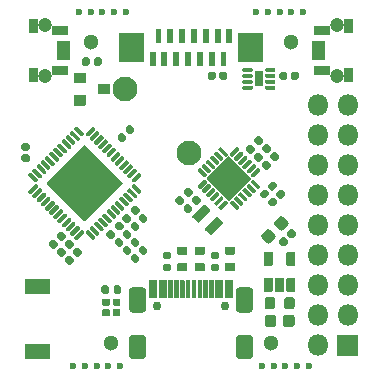
<source format=gbr>
%TF.GenerationSoftware,KiCad,Pcbnew,(5.1.12-1-10_14)*%
%TF.CreationDate,2022-04-04T20:25:46+08:00*%
%TF.ProjectId,DeerMon,44656572-4d6f-46e2-9e6b-696361645f70,rev?*%
%TF.SameCoordinates,Original*%
%TF.FileFunction,Soldermask,Top*%
%TF.FilePolarity,Negative*%
%FSLAX46Y46*%
G04 Gerber Fmt 4.6, Leading zero omitted, Abs format (unit mm)*
G04 Created by KiCad (PCBNEW (5.1.12-1-10_14)) date 2022-04-04 20:25:46*
%MOMM*%
%LPD*%
G01*
G04 APERTURE LIST*
%ADD10C,0.600000*%
%ADD11C,1.300000*%
%ADD12C,2.100000*%
%ADD13O,1.800000X1.800000*%
%ADD14C,1.200000*%
%ADD15C,0.750000*%
G04 APERTURE END LIST*
D10*
%TO.C,CE4*%
X21000000Y7500000D03*
X22000000Y7500000D03*
X25000000Y7500000D03*
X24000000Y7500000D03*
X23000000Y7500000D03*
%TD*%
%TO.C,CE3*%
X24500000Y37500000D03*
X23500000Y37500000D03*
X20500000Y37500000D03*
X21500000Y37500000D03*
X22500000Y37500000D03*
%TD*%
%TO.C,CE2*%
X5000000Y7500000D03*
X6000000Y7500000D03*
X9000000Y7500000D03*
X8000000Y7500000D03*
X7000000Y7500000D03*
%TD*%
%TO.C,CE1*%
X9500000Y37500000D03*
X8500000Y37500000D03*
X5500000Y37500000D03*
X6500000Y37500000D03*
X7500000Y37500000D03*
%TD*%
D11*
%TO.C,H1*%
X6500000Y35000000D03*
%TD*%
%TO.C,H4*%
X21750000Y9500000D03*
%TD*%
%TO.C,H3*%
X8250000Y9500000D03*
%TD*%
%TO.C,H2*%
X23500000Y35000000D03*
%TD*%
D12*
%TO.C,BZ1*%
X9425988Y30974012D03*
X14800000Y25600000D03*
%TD*%
%TO.C,C14*%
G36*
G01*
X9681049Y17706820D02*
X9956820Y17431049D01*
G75*
G02*
X9956820Y17197703I-116673J-116673D01*
G01*
X9723475Y16964358D01*
G75*
G02*
X9490129Y16964358I-116673J116673D01*
G01*
X9214358Y17240129D01*
G75*
G02*
X9214358Y17473475I116673J116673D01*
G01*
X9447703Y17706820D01*
G75*
G02*
X9681049Y17706820I116673J-116673D01*
G01*
G37*
G36*
G01*
X10359871Y18385642D02*
X10635642Y18109871D01*
G75*
G02*
X10635642Y17876525I-116673J-116673D01*
G01*
X10402297Y17643180D01*
G75*
G02*
X10168951Y17643180I-116673J116673D01*
G01*
X9893180Y17918951D01*
G75*
G02*
X9893180Y18152297I116673J116673D01*
G01*
X10126525Y18385642D01*
G75*
G02*
X10359871Y18385642I116673J-116673D01*
G01*
G37*
%TD*%
%TO.C,Q1*%
G36*
G01*
X16506066Y19511091D02*
X16788909Y19793934D01*
G75*
G02*
X16859619Y19793934I35355J-35355D01*
G01*
X17354594Y19298959D01*
G75*
G02*
X17354594Y19228249I-35355J-35355D01*
G01*
X17071751Y18945406D01*
G75*
G02*
X17001041Y18945406I-35355J35355D01*
G01*
X16506066Y19440381D01*
G75*
G02*
X16506066Y19511091I35355J35355D01*
G01*
G37*
G36*
G01*
X16152513Y19157538D02*
X16435356Y19440381D01*
G75*
G02*
X16506066Y19440381I35355J-35355D01*
G01*
X17001041Y18945406D01*
G75*
G02*
X17001041Y18874696I-35355J-35355D01*
G01*
X16718198Y18591853D01*
G75*
G02*
X16647488Y18591853I-35355J35355D01*
G01*
X16152513Y19086828D01*
G75*
G02*
X16152513Y19157538I35355J35355D01*
G01*
G37*
G36*
G01*
X15445406Y20571751D02*
X15728249Y20854594D01*
G75*
G02*
X15798959Y20854594I35355J-35355D01*
G01*
X16293934Y20359619D01*
G75*
G02*
X16293934Y20288909I-35355J-35355D01*
G01*
X16011091Y20006066D01*
G75*
G02*
X15940381Y20006066I-35355J35355D01*
G01*
X15445406Y20501041D01*
G75*
G02*
X15445406Y20571751I35355J35355D01*
G01*
G37*
G36*
G01*
X16859619Y19864644D02*
X17142462Y20147487D01*
G75*
G02*
X17213172Y20147487I35355J-35355D01*
G01*
X17708147Y19652512D01*
G75*
G02*
X17708147Y19581802I-35355J-35355D01*
G01*
X17425304Y19298959D01*
G75*
G02*
X17354594Y19298959I-35355J35355D01*
G01*
X16859619Y19793934D01*
G75*
G02*
X16859619Y19864644I35355J35355D01*
G01*
G37*
G36*
G01*
X15091853Y20218198D02*
X15374696Y20501041D01*
G75*
G02*
X15445406Y20501041I35355J-35355D01*
G01*
X15940381Y20006066D01*
G75*
G02*
X15940381Y19935356I-35355J-35355D01*
G01*
X15657538Y19652513D01*
G75*
G02*
X15586828Y19652513I-35355J35355D01*
G01*
X15091853Y20147488D01*
G75*
G02*
X15091853Y20218198I35355J35355D01*
G01*
G37*
G36*
G01*
X15798959Y20925304D02*
X16081802Y21208147D01*
G75*
G02*
X16152512Y21208147I35355J-35355D01*
G01*
X16647487Y20713172D01*
G75*
G02*
X16647487Y20642462I-35355J-35355D01*
G01*
X16364644Y20359619D01*
G75*
G02*
X16293934Y20359619I-35355J35355D01*
G01*
X15798959Y20854594D01*
G75*
G02*
X15798959Y20925304I35355J35355D01*
G01*
G37*
%TD*%
%TO.C,R11*%
G36*
G01*
X8440000Y13790000D02*
X8440000Y14210000D01*
G75*
G02*
X8600000Y14370000I160000J0D01*
G01*
X8920000Y14370000D01*
G75*
G02*
X9080000Y14210000I0J-160000D01*
G01*
X9080000Y13790000D01*
G75*
G02*
X8920000Y13630000I-160000J0D01*
G01*
X8600000Y13630000D01*
G75*
G02*
X8440000Y13790000I0J160000D01*
G01*
G37*
G36*
G01*
X7420000Y13790000D02*
X7420000Y14210000D01*
G75*
G02*
X7580000Y14370000I160000J0D01*
G01*
X7900000Y14370000D01*
G75*
G02*
X8060000Y14210000I0J-160000D01*
G01*
X8060000Y13790000D01*
G75*
G02*
X7900000Y13630000I-160000J0D01*
G01*
X7580000Y13630000D01*
G75*
G02*
X7420000Y13790000I0J160000D01*
G01*
G37*
%TD*%
%TO.C,D4*%
G36*
G01*
X8050000Y11750000D02*
X7550000Y11750000D01*
G75*
G02*
X7500000Y11800000I0J50000D01*
G01*
X7500000Y12300000D01*
G75*
G02*
X7550000Y12350000I50000J0D01*
G01*
X8050000Y12350000D01*
G75*
G02*
X8100000Y12300000I0J-50000D01*
G01*
X8100000Y11800000D01*
G75*
G02*
X8050000Y11750000I-50000J0D01*
G01*
G37*
G36*
G01*
X8950000Y11750000D02*
X8450000Y11750000D01*
G75*
G02*
X8400000Y11800000I0J50000D01*
G01*
X8400000Y12300000D01*
G75*
G02*
X8450000Y12350000I50000J0D01*
G01*
X8950000Y12350000D01*
G75*
G02*
X9000000Y12300000I0J-50000D01*
G01*
X9000000Y11800000D01*
G75*
G02*
X8950000Y11750000I-50000J0D01*
G01*
G37*
G36*
G01*
X8950000Y12650000D02*
X8450000Y12650000D01*
G75*
G02*
X8400000Y12700000I0J50000D01*
G01*
X8400000Y13200000D01*
G75*
G02*
X8450000Y13250000I50000J0D01*
G01*
X8950000Y13250000D01*
G75*
G02*
X9000000Y13200000I0J-50000D01*
G01*
X9000000Y12700000D01*
G75*
G02*
X8950000Y12650000I-50000J0D01*
G01*
G37*
G36*
G01*
X8050000Y12650000D02*
X7550000Y12650000D01*
G75*
G02*
X7500000Y12700000I0J50000D01*
G01*
X7500000Y13200000D01*
G75*
G02*
X7550000Y13250000I50000J0D01*
G01*
X8050000Y13250000D01*
G75*
G02*
X8100000Y13200000I0J-50000D01*
G01*
X8100000Y12700000D01*
G75*
G02*
X8050000Y12650000I-50000J0D01*
G01*
G37*
%TD*%
%TO.C,C16*%
G36*
G01*
X4781049Y16856820D02*
X5056820Y16581049D01*
G75*
G02*
X5056820Y16347703I-116673J-116673D01*
G01*
X4823475Y16114358D01*
G75*
G02*
X4590129Y16114358I-116673J116673D01*
G01*
X4314358Y16390129D01*
G75*
G02*
X4314358Y16623475I116673J116673D01*
G01*
X4547703Y16856820D01*
G75*
G02*
X4781049Y16856820I116673J-116673D01*
G01*
G37*
G36*
G01*
X5459871Y17535642D02*
X5735642Y17259871D01*
G75*
G02*
X5735642Y17026525I-116673J-116673D01*
G01*
X5502297Y16793180D01*
G75*
G02*
X5268951Y16793180I-116673J116673D01*
G01*
X4993180Y17068951D01*
G75*
G02*
X4993180Y17302297I116673J116673D01*
G01*
X5226525Y17535642D01*
G75*
G02*
X5459871Y17535642I116673J-116673D01*
G01*
G37*
%TD*%
%TO.C,C15*%
G36*
G01*
X4106049Y17531820D02*
X4381820Y17256049D01*
G75*
G02*
X4381820Y17022703I-116673J-116673D01*
G01*
X4148475Y16789358D01*
G75*
G02*
X3915129Y16789358I-116673J116673D01*
G01*
X3639358Y17065129D01*
G75*
G02*
X3639358Y17298475I116673J116673D01*
G01*
X3872703Y17531820D01*
G75*
G02*
X4106049Y17531820I116673J-116673D01*
G01*
G37*
G36*
G01*
X4784871Y18210642D02*
X5060642Y17934871D01*
G75*
G02*
X5060642Y17701525I-116673J-116673D01*
G01*
X4827297Y17468180D01*
G75*
G02*
X4593951Y17468180I-116673J116673D01*
G01*
X4318180Y17743951D01*
G75*
G02*
X4318180Y17977297I116673J116673D01*
G01*
X4551525Y18210642D01*
G75*
G02*
X4784871Y18210642I116673J-116673D01*
G01*
G37*
%TD*%
%TO.C,C12*%
G36*
G01*
X9743951Y27168180D02*
X9468180Y27443951D01*
G75*
G02*
X9468180Y27677297I116673J116673D01*
G01*
X9701525Y27910642D01*
G75*
G02*
X9934871Y27910642I116673J-116673D01*
G01*
X10210642Y27634871D01*
G75*
G02*
X10210642Y27401525I-116673J-116673D01*
G01*
X9977297Y27168180D01*
G75*
G02*
X9743951Y27168180I-116673J116673D01*
G01*
G37*
G36*
G01*
X9065129Y26489358D02*
X8789358Y26765129D01*
G75*
G02*
X8789358Y26998475I116673J116673D01*
G01*
X9022703Y27231820D01*
G75*
G02*
X9256049Y27231820I116673J-116673D01*
G01*
X9531820Y26956049D01*
G75*
G02*
X9531820Y26722703I-116673J-116673D01*
G01*
X9298475Y26489358D01*
G75*
G02*
X9065129Y26489358I-116673J116673D01*
G01*
G37*
%TD*%
%TO.C,C7*%
G36*
G01*
X3431049Y18206820D02*
X3706820Y17931049D01*
G75*
G02*
X3706820Y17697703I-116673J-116673D01*
G01*
X3473475Y17464358D01*
G75*
G02*
X3240129Y17464358I-116673J116673D01*
G01*
X2964358Y17740129D01*
G75*
G02*
X2964358Y17973475I116673J116673D01*
G01*
X3197703Y18206820D01*
G75*
G02*
X3431049Y18206820I116673J-116673D01*
G01*
G37*
G36*
G01*
X4109871Y18885642D02*
X4385642Y18609871D01*
G75*
G02*
X4385642Y18376525I-116673J-116673D01*
G01*
X4152297Y18143180D01*
G75*
G02*
X3918951Y18143180I-116673J116673D01*
G01*
X3643180Y18418951D01*
G75*
G02*
X3643180Y18652297I116673J116673D01*
G01*
X3876525Y18885642D01*
G75*
G02*
X4109871Y18885642I116673J-116673D01*
G01*
G37*
%TD*%
%TO.C,C6*%
G36*
G01*
X10356049Y17031820D02*
X10631820Y16756049D01*
G75*
G02*
X10631820Y16522703I-116673J-116673D01*
G01*
X10398475Y16289358D01*
G75*
G02*
X10165129Y16289358I-116673J116673D01*
G01*
X9889358Y16565129D01*
G75*
G02*
X9889358Y16798475I116673J116673D01*
G01*
X10122703Y17031820D01*
G75*
G02*
X10356049Y17031820I116673J-116673D01*
G01*
G37*
G36*
G01*
X11034871Y17710642D02*
X11310642Y17434871D01*
G75*
G02*
X11310642Y17201525I-116673J-116673D01*
G01*
X11077297Y16968180D01*
G75*
G02*
X10843951Y16968180I-116673J116673D01*
G01*
X10568180Y17243951D01*
G75*
G02*
X10568180Y17477297I116673J116673D01*
G01*
X10801525Y17710642D01*
G75*
G02*
X11034871Y17710642I116673J-116673D01*
G01*
G37*
%TD*%
%TO.C,C5*%
G36*
G01*
X1195000Y25750000D02*
X805000Y25750000D01*
G75*
G02*
X640000Y25915000I0J165000D01*
G01*
X640000Y26245000D01*
G75*
G02*
X805000Y26410000I165000J0D01*
G01*
X1195000Y26410000D01*
G75*
G02*
X1360000Y26245000I0J-165000D01*
G01*
X1360000Y25915000D01*
G75*
G02*
X1195000Y25750000I-165000J0D01*
G01*
G37*
G36*
G01*
X1195000Y24790000D02*
X805000Y24790000D01*
G75*
G02*
X640000Y24955000I0J165000D01*
G01*
X640000Y25285000D01*
G75*
G02*
X805000Y25450000I165000J0D01*
G01*
X1195000Y25450000D01*
G75*
G02*
X1360000Y25285000I0J-165000D01*
G01*
X1360000Y24955000D01*
G75*
G02*
X1195000Y24790000I-165000J0D01*
G01*
G37*
%TD*%
%TO.C,R14*%
G36*
G01*
X22125000Y13150000D02*
X22125000Y12550000D01*
G75*
G02*
X21900000Y12325000I-225000J0D01*
G01*
X21450000Y12325000D01*
G75*
G02*
X21225000Y12550000I0J225000D01*
G01*
X21225000Y13150000D01*
G75*
G02*
X21450000Y13375000I225000J0D01*
G01*
X21900000Y13375000D01*
G75*
G02*
X22125000Y13150000I0J-225000D01*
G01*
G37*
G36*
G01*
X23775000Y13150000D02*
X23775000Y12550000D01*
G75*
G02*
X23550000Y12325000I-225000J0D01*
G01*
X23100000Y12325000D01*
G75*
G02*
X22875000Y12550000I0J225000D01*
G01*
X22875000Y13150000D01*
G75*
G02*
X23100000Y13375000I225000J0D01*
G01*
X23550000Y13375000D01*
G75*
G02*
X23775000Y13150000I0J-225000D01*
G01*
G37*
%TD*%
%TO.C,R13*%
G36*
G01*
X6790000Y33090000D02*
X6790000Y33510000D01*
G75*
G02*
X6950000Y33670000I160000J0D01*
G01*
X7270000Y33670000D01*
G75*
G02*
X7430000Y33510000I0J-160000D01*
G01*
X7430000Y33090000D01*
G75*
G02*
X7270000Y32930000I-160000J0D01*
G01*
X6950000Y32930000D01*
G75*
G02*
X6790000Y33090000I0J160000D01*
G01*
G37*
G36*
G01*
X5770000Y33090000D02*
X5770000Y33510000D01*
G75*
G02*
X5930000Y33670000I160000J0D01*
G01*
X6250000Y33670000D01*
G75*
G02*
X6410000Y33510000I0J-160000D01*
G01*
X6410000Y33090000D01*
G75*
G02*
X6250000Y32930000I-160000J0D01*
G01*
X5930000Y32930000D01*
G75*
G02*
X5770000Y33090000I0J160000D01*
G01*
G37*
%TD*%
D13*
%TO.C,J3*%
X25710000Y29620000D03*
X28250000Y29620000D03*
X25710000Y27080000D03*
X28250000Y27080000D03*
X25710000Y24540000D03*
X28250000Y24540000D03*
X25710000Y22000000D03*
X28250000Y22000000D03*
X25710000Y19460000D03*
X28250000Y19460000D03*
X25710000Y16920000D03*
X28250000Y16920000D03*
X25710000Y14380000D03*
X28250000Y14380000D03*
X25710000Y11840000D03*
X28250000Y11840000D03*
X25710000Y9300000D03*
G36*
G01*
X27350000Y8450000D02*
X27350000Y10150000D01*
G75*
G02*
X27400000Y10200000I50000J0D01*
G01*
X29100000Y10200000D01*
G75*
G02*
X29150000Y10150000I0J-50000D01*
G01*
X29150000Y8450000D01*
G75*
G02*
X29100000Y8400000I-50000J0D01*
G01*
X27400000Y8400000D01*
G75*
G02*
X27350000Y8450000I0J50000D01*
G01*
G37*
%TD*%
D14*
%TO.C,SW1*%
X2600000Y32100000D03*
G36*
G01*
X3700000Y35050000D02*
X4700000Y35050000D01*
G75*
G02*
X4750000Y35000000I0J-50000D01*
G01*
X4750000Y33500000D01*
G75*
G02*
X4700000Y33450000I-50000J0D01*
G01*
X3700000Y33450000D01*
G75*
G02*
X3650000Y33500000I0J50000D01*
G01*
X3650000Y35000000D01*
G75*
G02*
X3700000Y35050000I50000J0D01*
G01*
G37*
G36*
G01*
X3300000Y32950000D02*
X4500000Y32950000D01*
G75*
G02*
X4550000Y32900000I0J-50000D01*
G01*
X4550000Y32200000D01*
G75*
G02*
X4500000Y32150000I-50000J0D01*
G01*
X3300000Y32150000D01*
G75*
G02*
X3250000Y32200000I0J50000D01*
G01*
X3250000Y32900000D01*
G75*
G02*
X3300000Y32950000I50000J0D01*
G01*
G37*
G36*
G01*
X3300000Y36350000D02*
X4500000Y36350000D01*
G75*
G02*
X4550000Y36300000I0J-50000D01*
G01*
X4550000Y35600000D01*
G75*
G02*
X4500000Y35550000I-50000J0D01*
G01*
X3300000Y35550000D01*
G75*
G02*
X3250000Y35600000I0J50000D01*
G01*
X3250000Y36300000D01*
G75*
G02*
X3300000Y36350000I50000J0D01*
G01*
G37*
G36*
G01*
X1300000Y32750000D02*
X2000000Y32750000D01*
G75*
G02*
X2050000Y32700000I0J-50000D01*
G01*
X2050000Y31600000D01*
G75*
G02*
X2000000Y31550000I-50000J0D01*
G01*
X1300000Y31550000D01*
G75*
G02*
X1250000Y31600000I0J50000D01*
G01*
X1250000Y32700000D01*
G75*
G02*
X1300000Y32750000I50000J0D01*
G01*
G37*
G36*
G01*
X1300000Y36950000D02*
X2000000Y36950000D01*
G75*
G02*
X2050000Y36900000I0J-50000D01*
G01*
X2050000Y35800000D01*
G75*
G02*
X2000000Y35750000I-50000J0D01*
G01*
X1300000Y35750000D01*
G75*
G02*
X1250000Y35800000I0J50000D01*
G01*
X1250000Y36900000D01*
G75*
G02*
X1300000Y36950000I50000J0D01*
G01*
G37*
X2600000Y36400000D03*
%TD*%
%TO.C,Q2*%
G36*
G01*
X7100000Y30575000D02*
X7100000Y31375000D01*
G75*
G02*
X7150000Y31425000I50000J0D01*
G01*
X8050000Y31425000D01*
G75*
G02*
X8100000Y31375000I0J-50000D01*
G01*
X8100000Y30575000D01*
G75*
G02*
X8050000Y30525000I-50000J0D01*
G01*
X7150000Y30525000D01*
G75*
G02*
X7100000Y30575000I0J50000D01*
G01*
G37*
G36*
G01*
X5100000Y29625000D02*
X5100000Y30425000D01*
G75*
G02*
X5150000Y30475000I50000J0D01*
G01*
X6050000Y30475000D01*
G75*
G02*
X6100000Y30425000I0J-50000D01*
G01*
X6100000Y29625000D01*
G75*
G02*
X6050000Y29575000I-50000J0D01*
G01*
X5150000Y29575000D01*
G75*
G02*
X5100000Y29625000I0J50000D01*
G01*
G37*
G36*
G01*
X5100000Y31525000D02*
X5100000Y32325000D01*
G75*
G02*
X5150000Y32375000I50000J0D01*
G01*
X6050000Y32375000D01*
G75*
G02*
X6100000Y32325000I0J-50000D01*
G01*
X6100000Y31525000D01*
G75*
G02*
X6050000Y31475000I-50000J0D01*
G01*
X5150000Y31475000D01*
G75*
G02*
X5100000Y31525000I0J50000D01*
G01*
G37*
%TD*%
%TO.C,C10*%
G36*
G01*
X22486917Y19050000D02*
X22098008Y19438909D01*
G75*
G02*
X22098008Y19792463I176777J176777D01*
G01*
X22451561Y20146016D01*
G75*
G02*
X22805115Y20146016I176777J-176777D01*
G01*
X23194024Y19757107D01*
G75*
G02*
X23194024Y19403553I-176777J-176777D01*
G01*
X22840471Y19050000D01*
G75*
G02*
X22486917Y19050000I-176777J176777D01*
G01*
G37*
G36*
G01*
X21390901Y17953984D02*
X21001992Y18342893D01*
G75*
G02*
X21001992Y18696447I176777J176777D01*
G01*
X21355545Y19050000D01*
G75*
G02*
X21709099Y19050000I176777J-176777D01*
G01*
X22098008Y18661091D01*
G75*
G02*
X22098008Y18307537I-176777J-176777D01*
G01*
X21744455Y17953984D01*
G75*
G02*
X21390901Y17953984I-176777J176777D01*
G01*
G37*
%TD*%
%TO.C,C9*%
G36*
G01*
X22775000Y11075000D02*
X22775000Y11625000D01*
G75*
G02*
X23025000Y11875000I250000J0D01*
G01*
X23525000Y11875000D01*
G75*
G02*
X23775000Y11625000I0J-250000D01*
G01*
X23775000Y11075000D01*
G75*
G02*
X23525000Y10825000I-250000J0D01*
G01*
X23025000Y10825000D01*
G75*
G02*
X22775000Y11075000I0J250000D01*
G01*
G37*
G36*
G01*
X21225000Y11075000D02*
X21225000Y11625000D01*
G75*
G02*
X21475000Y11875000I250000J0D01*
G01*
X21975000Y11875000D01*
G75*
G02*
X22225000Y11625000I0J-250000D01*
G01*
X22225000Y11075000D01*
G75*
G02*
X21975000Y10825000I-250000J0D01*
G01*
X21475000Y10825000D01*
G75*
G02*
X21225000Y11075000I0J250000D01*
G01*
G37*
%TD*%
%TO.C,J2*%
G36*
G01*
X19000000Y33300000D02*
X19000000Y35700000D01*
G75*
G02*
X19050000Y35750000I50000J0D01*
G01*
X21050000Y35750000D01*
G75*
G02*
X21100000Y35700000I0J-50000D01*
G01*
X21100000Y33300000D01*
G75*
G02*
X21050000Y33250000I-50000J0D01*
G01*
X19050000Y33250000D01*
G75*
G02*
X19000000Y33300000I0J50000D01*
G01*
G37*
G36*
G01*
X8900000Y33300000D02*
X8900000Y35700000D01*
G75*
G02*
X8950000Y35750000I50000J0D01*
G01*
X10950000Y35750000D01*
G75*
G02*
X11000000Y35700000I0J-50000D01*
G01*
X11000000Y33300000D01*
G75*
G02*
X10950000Y33250000I-50000J0D01*
G01*
X8950000Y33250000D01*
G75*
G02*
X8900000Y33300000I0J50000D01*
G01*
G37*
G36*
G01*
X12000000Y34900000D02*
X12000000Y36050000D01*
G75*
G02*
X12050000Y36100000I50000J0D01*
G01*
X12450000Y36100000D01*
G75*
G02*
X12500000Y36050000I0J-50000D01*
G01*
X12500000Y34900000D01*
G75*
G02*
X12450000Y34850000I-50000J0D01*
G01*
X12050000Y34850000D01*
G75*
G02*
X12000000Y34900000I0J50000D01*
G01*
G37*
G36*
G01*
X16000000Y34900000D02*
X16000000Y36050000D01*
G75*
G02*
X16050000Y36100000I50000J0D01*
G01*
X16450000Y36100000D01*
G75*
G02*
X16500000Y36050000I0J-50000D01*
G01*
X16500000Y34900000D01*
G75*
G02*
X16450000Y34850000I-50000J0D01*
G01*
X16050000Y34850000D01*
G75*
G02*
X16000000Y34900000I0J50000D01*
G01*
G37*
G36*
G01*
X17000000Y34900000D02*
X17000000Y36050000D01*
G75*
G02*
X17050000Y36100000I50000J0D01*
G01*
X17450000Y36100000D01*
G75*
G02*
X17500000Y36050000I0J-50000D01*
G01*
X17500000Y34900000D01*
G75*
G02*
X17450000Y34850000I-50000J0D01*
G01*
X17050000Y34850000D01*
G75*
G02*
X17000000Y34900000I0J50000D01*
G01*
G37*
G36*
G01*
X18000000Y34900000D02*
X18000000Y36050000D01*
G75*
G02*
X18050000Y36100000I50000J0D01*
G01*
X18450000Y36100000D01*
G75*
G02*
X18500000Y36050000I0J-50000D01*
G01*
X18500000Y34900000D01*
G75*
G02*
X18450000Y34850000I-50000J0D01*
G01*
X18050000Y34850000D01*
G75*
G02*
X18000000Y34900000I0J50000D01*
G01*
G37*
G36*
G01*
X15000000Y34900000D02*
X15000000Y36050000D01*
G75*
G02*
X15050000Y36100000I50000J0D01*
G01*
X15450000Y36100000D01*
G75*
G02*
X15500000Y36050000I0J-50000D01*
G01*
X15500000Y34900000D01*
G75*
G02*
X15450000Y34850000I-50000J0D01*
G01*
X15050000Y34850000D01*
G75*
G02*
X15000000Y34900000I0J50000D01*
G01*
G37*
G36*
G01*
X13000000Y34900000D02*
X13000000Y36050000D01*
G75*
G02*
X13050000Y36100000I50000J0D01*
G01*
X13450000Y36100000D01*
G75*
G02*
X13500000Y36050000I0J-50000D01*
G01*
X13500000Y34900000D01*
G75*
G02*
X13450000Y34850000I-50000J0D01*
G01*
X13050000Y34850000D01*
G75*
G02*
X13000000Y34900000I0J50000D01*
G01*
G37*
G36*
G01*
X14000000Y34900000D02*
X14000000Y36050000D01*
G75*
G02*
X14050000Y36100000I50000J0D01*
G01*
X14450000Y36100000D01*
G75*
G02*
X14500000Y36050000I0J-50000D01*
G01*
X14500000Y34900000D01*
G75*
G02*
X14450000Y34850000I-50000J0D01*
G01*
X14050000Y34850000D01*
G75*
G02*
X14000000Y34900000I0J50000D01*
G01*
G37*
G36*
G01*
X17500000Y32950000D02*
X17500000Y34100000D01*
G75*
G02*
X17550000Y34150000I50000J0D01*
G01*
X17950000Y34150000D01*
G75*
G02*
X18000000Y34100000I0J-50000D01*
G01*
X18000000Y32950000D01*
G75*
G02*
X17950000Y32900000I-50000J0D01*
G01*
X17550000Y32900000D01*
G75*
G02*
X17500000Y32950000I0J50000D01*
G01*
G37*
G36*
G01*
X16500000Y32950000D02*
X16500000Y34100000D01*
G75*
G02*
X16550000Y34150000I50000J0D01*
G01*
X16950000Y34150000D01*
G75*
G02*
X17000000Y34100000I0J-50000D01*
G01*
X17000000Y32950000D01*
G75*
G02*
X16950000Y32900000I-50000J0D01*
G01*
X16550000Y32900000D01*
G75*
G02*
X16500000Y32950000I0J50000D01*
G01*
G37*
G36*
G01*
X15500000Y32950000D02*
X15500000Y34100000D01*
G75*
G02*
X15550000Y34150000I50000J0D01*
G01*
X15950000Y34150000D01*
G75*
G02*
X16000000Y34100000I0J-50000D01*
G01*
X16000000Y32950000D01*
G75*
G02*
X15950000Y32900000I-50000J0D01*
G01*
X15550000Y32900000D01*
G75*
G02*
X15500000Y32950000I0J50000D01*
G01*
G37*
G36*
G01*
X14500000Y32950000D02*
X14500000Y34100000D01*
G75*
G02*
X14550000Y34150000I50000J0D01*
G01*
X14950000Y34150000D01*
G75*
G02*
X15000000Y34100000I0J-50000D01*
G01*
X15000000Y32950000D01*
G75*
G02*
X14950000Y32900000I-50000J0D01*
G01*
X14550000Y32900000D01*
G75*
G02*
X14500000Y32950000I0J50000D01*
G01*
G37*
G36*
G01*
X13500000Y32950000D02*
X13500000Y34100000D01*
G75*
G02*
X13550000Y34150000I50000J0D01*
G01*
X13950000Y34150000D01*
G75*
G02*
X14000000Y34100000I0J-50000D01*
G01*
X14000000Y32950000D01*
G75*
G02*
X13950000Y32900000I-50000J0D01*
G01*
X13550000Y32900000D01*
G75*
G02*
X13500000Y32950000I0J50000D01*
G01*
G37*
G36*
G01*
X12500000Y32950000D02*
X12500000Y34100000D01*
G75*
G02*
X12550000Y34150000I50000J0D01*
G01*
X12950000Y34150000D01*
G75*
G02*
X13000000Y34100000I0J-50000D01*
G01*
X13000000Y32950000D01*
G75*
G02*
X12950000Y32900000I-50000J0D01*
G01*
X12550000Y32900000D01*
G75*
G02*
X12500000Y32950000I0J50000D01*
G01*
G37*
G36*
G01*
X11500000Y32950000D02*
X11500000Y34100000D01*
G75*
G02*
X11550000Y34150000I50000J0D01*
G01*
X11950000Y34150000D01*
G75*
G02*
X12000000Y34100000I0J-50000D01*
G01*
X12000000Y32950000D01*
G75*
G02*
X11950000Y32900000I-50000J0D01*
G01*
X11550000Y32900000D01*
G75*
G02*
X11500000Y32950000I0J50000D01*
G01*
G37*
%TD*%
%TO.C,AE1*%
G36*
G01*
X1000000Y9400000D02*
X3000000Y9400000D01*
G75*
G02*
X3050000Y9350000I0J-50000D01*
G01*
X3050000Y8150000D01*
G75*
G02*
X3000000Y8100000I-50000J0D01*
G01*
X1000000Y8100000D01*
G75*
G02*
X950000Y8150000I0J50000D01*
G01*
X950000Y9350000D01*
G75*
G02*
X1000000Y9400000I50000J0D01*
G01*
G37*
G36*
G01*
X1000000Y14900000D02*
X3000000Y14900000D01*
G75*
G02*
X3050000Y14850000I0J-50000D01*
G01*
X3050000Y13650000D01*
G75*
G02*
X3000000Y13600000I-50000J0D01*
G01*
X1000000Y13600000D01*
G75*
G02*
X950000Y13650000I0J50000D01*
G01*
X950000Y14850000D01*
G75*
G02*
X1000000Y14900000I50000J0D01*
G01*
G37*
%TD*%
%TO.C,SW2*%
X27400000Y36400000D03*
G36*
G01*
X26300000Y33450000D02*
X25300000Y33450000D01*
G75*
G02*
X25250000Y33500000I0J50000D01*
G01*
X25250000Y35000000D01*
G75*
G02*
X25300000Y35050000I50000J0D01*
G01*
X26300000Y35050000D01*
G75*
G02*
X26350000Y35000000I0J-50000D01*
G01*
X26350000Y33500000D01*
G75*
G02*
X26300000Y33450000I-50000J0D01*
G01*
G37*
G36*
G01*
X26700000Y35550000D02*
X25500000Y35550000D01*
G75*
G02*
X25450000Y35600000I0J50000D01*
G01*
X25450000Y36300000D01*
G75*
G02*
X25500000Y36350000I50000J0D01*
G01*
X26700000Y36350000D01*
G75*
G02*
X26750000Y36300000I0J-50000D01*
G01*
X26750000Y35600000D01*
G75*
G02*
X26700000Y35550000I-50000J0D01*
G01*
G37*
G36*
G01*
X26700000Y32150000D02*
X25500000Y32150000D01*
G75*
G02*
X25450000Y32200000I0J50000D01*
G01*
X25450000Y32900000D01*
G75*
G02*
X25500000Y32950000I50000J0D01*
G01*
X26700000Y32950000D01*
G75*
G02*
X26750000Y32900000I0J-50000D01*
G01*
X26750000Y32200000D01*
G75*
G02*
X26700000Y32150000I-50000J0D01*
G01*
G37*
G36*
G01*
X28700000Y35750000D02*
X28000000Y35750000D01*
G75*
G02*
X27950000Y35800000I0J50000D01*
G01*
X27950000Y36900000D01*
G75*
G02*
X28000000Y36950000I50000J0D01*
G01*
X28700000Y36950000D01*
G75*
G02*
X28750000Y36900000I0J-50000D01*
G01*
X28750000Y35800000D01*
G75*
G02*
X28700000Y35750000I-50000J0D01*
G01*
G37*
G36*
G01*
X28700000Y31550000D02*
X28000000Y31550000D01*
G75*
G02*
X27950000Y31600000I0J50000D01*
G01*
X27950000Y32700000D01*
G75*
G02*
X28000000Y32750000I50000J0D01*
G01*
X28700000Y32750000D01*
G75*
G02*
X28750000Y32700000I0J-50000D01*
G01*
X28750000Y31600000D01*
G75*
G02*
X28700000Y31550000I-50000J0D01*
G01*
G37*
X27400000Y32100000D03*
%TD*%
%TO.C,U4*%
G36*
G01*
X9217336Y22964645D02*
X6035355Y19782664D01*
G75*
G02*
X5964645Y19782664I-35355J35355D01*
G01*
X2782664Y22964645D01*
G75*
G02*
X2782664Y23035355I35355J35355D01*
G01*
X5964645Y26217336D01*
G75*
G02*
X6035355Y26217336I35355J-35355D01*
G01*
X9217336Y23035355D01*
G75*
G02*
X9217336Y22964645I-35355J-35355D01*
G01*
G37*
G36*
G01*
X5920451Y18783876D02*
X5354765Y18218190D01*
G75*
G02*
X5231021Y18218190I-61872J61872D01*
G01*
X5107277Y18341934D01*
G75*
G02*
X5107277Y18465678I61872J61872D01*
G01*
X5672963Y19031364D01*
G75*
G02*
X5796707Y19031364I61872J-61872D01*
G01*
X5920451Y18907620D01*
G75*
G02*
X5920451Y18783876I-61872J-61872D01*
G01*
G37*
G36*
G01*
X5566898Y19137429D02*
X5001212Y18571743D01*
G75*
G02*
X4877468Y18571743I-61872J61872D01*
G01*
X4753724Y18695487D01*
G75*
G02*
X4753724Y18819231I61872J61872D01*
G01*
X5319410Y19384917D01*
G75*
G02*
X5443154Y19384917I61872J-61872D01*
G01*
X5566898Y19261173D01*
G75*
G02*
X5566898Y19137429I-61872J-61872D01*
G01*
G37*
G36*
G01*
X5213344Y19490983D02*
X4647658Y18925297D01*
G75*
G02*
X4523914Y18925297I-61872J61872D01*
G01*
X4400170Y19049041D01*
G75*
G02*
X4400170Y19172785I61872J61872D01*
G01*
X4965856Y19738471D01*
G75*
G02*
X5089600Y19738471I61872J-61872D01*
G01*
X5213344Y19614727D01*
G75*
G02*
X5213344Y19490983I-61872J-61872D01*
G01*
G37*
G36*
G01*
X4859791Y19844536D02*
X4294105Y19278850D01*
G75*
G02*
X4170361Y19278850I-61872J61872D01*
G01*
X4046617Y19402594D01*
G75*
G02*
X4046617Y19526338I61872J61872D01*
G01*
X4612303Y20092024D01*
G75*
G02*
X4736047Y20092024I61872J-61872D01*
G01*
X4859791Y19968280D01*
G75*
G02*
X4859791Y19844536I-61872J-61872D01*
G01*
G37*
G36*
G01*
X4506238Y20198089D02*
X3940552Y19632403D01*
G75*
G02*
X3816808Y19632403I-61872J61872D01*
G01*
X3693064Y19756147D01*
G75*
G02*
X3693064Y19879891I61872J61872D01*
G01*
X4258750Y20445577D01*
G75*
G02*
X4382494Y20445577I61872J-61872D01*
G01*
X4506238Y20321833D01*
G75*
G02*
X4506238Y20198089I-61872J-61872D01*
G01*
G37*
G36*
G01*
X4152684Y20551643D02*
X3586998Y19985957D01*
G75*
G02*
X3463254Y19985957I-61872J61872D01*
G01*
X3339510Y20109701D01*
G75*
G02*
X3339510Y20233445I61872J61872D01*
G01*
X3905196Y20799131D01*
G75*
G02*
X4028940Y20799131I61872J-61872D01*
G01*
X4152684Y20675387D01*
G75*
G02*
X4152684Y20551643I-61872J-61872D01*
G01*
G37*
G36*
G01*
X3799131Y20905196D02*
X3233445Y20339510D01*
G75*
G02*
X3109701Y20339510I-61872J61872D01*
G01*
X2985957Y20463254D01*
G75*
G02*
X2985957Y20586998I61872J61872D01*
G01*
X3551643Y21152684D01*
G75*
G02*
X3675387Y21152684I61872J-61872D01*
G01*
X3799131Y21028940D01*
G75*
G02*
X3799131Y20905196I-61872J-61872D01*
G01*
G37*
G36*
G01*
X3445577Y21258750D02*
X2879891Y20693064D01*
G75*
G02*
X2756147Y20693064I-61872J61872D01*
G01*
X2632403Y20816808D01*
G75*
G02*
X2632403Y20940552I61872J61872D01*
G01*
X3198089Y21506238D01*
G75*
G02*
X3321833Y21506238I61872J-61872D01*
G01*
X3445577Y21382494D01*
G75*
G02*
X3445577Y21258750I-61872J-61872D01*
G01*
G37*
G36*
G01*
X3092024Y21612303D02*
X2526338Y21046617D01*
G75*
G02*
X2402594Y21046617I-61872J61872D01*
G01*
X2278850Y21170361D01*
G75*
G02*
X2278850Y21294105I61872J61872D01*
G01*
X2844536Y21859791D01*
G75*
G02*
X2968280Y21859791I61872J-61872D01*
G01*
X3092024Y21736047D01*
G75*
G02*
X3092024Y21612303I-61872J-61872D01*
G01*
G37*
G36*
G01*
X2738471Y21965856D02*
X2172785Y21400170D01*
G75*
G02*
X2049041Y21400170I-61872J61872D01*
G01*
X1925297Y21523914D01*
G75*
G02*
X1925297Y21647658I61872J61872D01*
G01*
X2490983Y22213344D01*
G75*
G02*
X2614727Y22213344I61872J-61872D01*
G01*
X2738471Y22089600D01*
G75*
G02*
X2738471Y21965856I-61872J-61872D01*
G01*
G37*
G36*
G01*
X2384917Y22319410D02*
X1819231Y21753724D01*
G75*
G02*
X1695487Y21753724I-61872J61872D01*
G01*
X1571743Y21877468D01*
G75*
G02*
X1571743Y22001212I61872J61872D01*
G01*
X2137429Y22566898D01*
G75*
G02*
X2261173Y22566898I61872J-61872D01*
G01*
X2384917Y22443154D01*
G75*
G02*
X2384917Y22319410I-61872J-61872D01*
G01*
G37*
G36*
G01*
X2031364Y22672963D02*
X1465678Y22107277D01*
G75*
G02*
X1341934Y22107277I-61872J61872D01*
G01*
X1218190Y22231021D01*
G75*
G02*
X1218190Y22354765I61872J61872D01*
G01*
X1783876Y22920451D01*
G75*
G02*
X1907620Y22920451I61872J-61872D01*
G01*
X2031364Y22796707D01*
G75*
G02*
X2031364Y22672963I-61872J-61872D01*
G01*
G37*
G36*
G01*
X2031364Y23203293D02*
X1907620Y23079549D01*
G75*
G02*
X1783876Y23079549I-61872J61872D01*
G01*
X1218190Y23645235D01*
G75*
G02*
X1218190Y23768979I61872J61872D01*
G01*
X1341934Y23892723D01*
G75*
G02*
X1465678Y23892723I61872J-61872D01*
G01*
X2031364Y23327037D01*
G75*
G02*
X2031364Y23203293I-61872J-61872D01*
G01*
G37*
G36*
G01*
X2384917Y23556846D02*
X2261173Y23433102D01*
G75*
G02*
X2137429Y23433102I-61872J61872D01*
G01*
X1571743Y23998788D01*
G75*
G02*
X1571743Y24122532I61872J61872D01*
G01*
X1695487Y24246276D01*
G75*
G02*
X1819231Y24246276I61872J-61872D01*
G01*
X2384917Y23680590D01*
G75*
G02*
X2384917Y23556846I-61872J-61872D01*
G01*
G37*
G36*
G01*
X2738471Y23910400D02*
X2614727Y23786656D01*
G75*
G02*
X2490983Y23786656I-61872J61872D01*
G01*
X1925297Y24352342D01*
G75*
G02*
X1925297Y24476086I61872J61872D01*
G01*
X2049041Y24599830D01*
G75*
G02*
X2172785Y24599830I61872J-61872D01*
G01*
X2738471Y24034144D01*
G75*
G02*
X2738471Y23910400I-61872J-61872D01*
G01*
G37*
G36*
G01*
X3092024Y24263953D02*
X2968280Y24140209D01*
G75*
G02*
X2844536Y24140209I-61872J61872D01*
G01*
X2278850Y24705895D01*
G75*
G02*
X2278850Y24829639I61872J61872D01*
G01*
X2402594Y24953383D01*
G75*
G02*
X2526338Y24953383I61872J-61872D01*
G01*
X3092024Y24387697D01*
G75*
G02*
X3092024Y24263953I-61872J-61872D01*
G01*
G37*
G36*
G01*
X3445577Y24617506D02*
X3321833Y24493762D01*
G75*
G02*
X3198089Y24493762I-61872J61872D01*
G01*
X2632403Y25059448D01*
G75*
G02*
X2632403Y25183192I61872J61872D01*
G01*
X2756147Y25306936D01*
G75*
G02*
X2879891Y25306936I61872J-61872D01*
G01*
X3445577Y24741250D01*
G75*
G02*
X3445577Y24617506I-61872J-61872D01*
G01*
G37*
G36*
G01*
X3799131Y24971060D02*
X3675387Y24847316D01*
G75*
G02*
X3551643Y24847316I-61872J61872D01*
G01*
X2985957Y25413002D01*
G75*
G02*
X2985957Y25536746I61872J61872D01*
G01*
X3109701Y25660490D01*
G75*
G02*
X3233445Y25660490I61872J-61872D01*
G01*
X3799131Y25094804D01*
G75*
G02*
X3799131Y24971060I-61872J-61872D01*
G01*
G37*
G36*
G01*
X4152684Y25324613D02*
X4028940Y25200869D01*
G75*
G02*
X3905196Y25200869I-61872J61872D01*
G01*
X3339510Y25766555D01*
G75*
G02*
X3339510Y25890299I61872J61872D01*
G01*
X3463254Y26014043D01*
G75*
G02*
X3586998Y26014043I61872J-61872D01*
G01*
X4152684Y25448357D01*
G75*
G02*
X4152684Y25324613I-61872J-61872D01*
G01*
G37*
G36*
G01*
X4506238Y25678167D02*
X4382494Y25554423D01*
G75*
G02*
X4258750Y25554423I-61872J61872D01*
G01*
X3693064Y26120109D01*
G75*
G02*
X3693064Y26243853I61872J61872D01*
G01*
X3816808Y26367597D01*
G75*
G02*
X3940552Y26367597I61872J-61872D01*
G01*
X4506238Y25801911D01*
G75*
G02*
X4506238Y25678167I-61872J-61872D01*
G01*
G37*
G36*
G01*
X4859791Y26031720D02*
X4736047Y25907976D01*
G75*
G02*
X4612303Y25907976I-61872J61872D01*
G01*
X4046617Y26473662D01*
G75*
G02*
X4046617Y26597406I61872J61872D01*
G01*
X4170361Y26721150D01*
G75*
G02*
X4294105Y26721150I61872J-61872D01*
G01*
X4859791Y26155464D01*
G75*
G02*
X4859791Y26031720I-61872J-61872D01*
G01*
G37*
G36*
G01*
X5213344Y26385273D02*
X5089600Y26261529D01*
G75*
G02*
X4965856Y26261529I-61872J61872D01*
G01*
X4400170Y26827215D01*
G75*
G02*
X4400170Y26950959I61872J61872D01*
G01*
X4523914Y27074703D01*
G75*
G02*
X4647658Y27074703I61872J-61872D01*
G01*
X5213344Y26509017D01*
G75*
G02*
X5213344Y26385273I-61872J-61872D01*
G01*
G37*
G36*
G01*
X5566898Y26738827D02*
X5443154Y26615083D01*
G75*
G02*
X5319410Y26615083I-61872J61872D01*
G01*
X4753724Y27180769D01*
G75*
G02*
X4753724Y27304513I61872J61872D01*
G01*
X4877468Y27428257D01*
G75*
G02*
X5001212Y27428257I61872J-61872D01*
G01*
X5566898Y26862571D01*
G75*
G02*
X5566898Y26738827I-61872J-61872D01*
G01*
G37*
G36*
G01*
X5920451Y27092380D02*
X5796707Y26968636D01*
G75*
G02*
X5672963Y26968636I-61872J61872D01*
G01*
X5107277Y27534322D01*
G75*
G02*
X5107277Y27658066I61872J61872D01*
G01*
X5231021Y27781810D01*
G75*
G02*
X5354765Y27781810I61872J-61872D01*
G01*
X5920451Y27216124D01*
G75*
G02*
X5920451Y27092380I-61872J-61872D01*
G01*
G37*
G36*
G01*
X6892723Y27534322D02*
X6327037Y26968636D01*
G75*
G02*
X6203293Y26968636I-61872J61872D01*
G01*
X6079549Y27092380D01*
G75*
G02*
X6079549Y27216124I61872J61872D01*
G01*
X6645235Y27781810D01*
G75*
G02*
X6768979Y27781810I61872J-61872D01*
G01*
X6892723Y27658066D01*
G75*
G02*
X6892723Y27534322I-61872J-61872D01*
G01*
G37*
G36*
G01*
X7246276Y27180769D02*
X6680590Y26615083D01*
G75*
G02*
X6556846Y26615083I-61872J61872D01*
G01*
X6433102Y26738827D01*
G75*
G02*
X6433102Y26862571I61872J61872D01*
G01*
X6998788Y27428257D01*
G75*
G02*
X7122532Y27428257I61872J-61872D01*
G01*
X7246276Y27304513D01*
G75*
G02*
X7246276Y27180769I-61872J-61872D01*
G01*
G37*
G36*
G01*
X7599830Y26827215D02*
X7034144Y26261529D01*
G75*
G02*
X6910400Y26261529I-61872J61872D01*
G01*
X6786656Y26385273D01*
G75*
G02*
X6786656Y26509017I61872J61872D01*
G01*
X7352342Y27074703D01*
G75*
G02*
X7476086Y27074703I61872J-61872D01*
G01*
X7599830Y26950959D01*
G75*
G02*
X7599830Y26827215I-61872J-61872D01*
G01*
G37*
G36*
G01*
X7953383Y26473662D02*
X7387697Y25907976D01*
G75*
G02*
X7263953Y25907976I-61872J61872D01*
G01*
X7140209Y26031720D01*
G75*
G02*
X7140209Y26155464I61872J61872D01*
G01*
X7705895Y26721150D01*
G75*
G02*
X7829639Y26721150I61872J-61872D01*
G01*
X7953383Y26597406D01*
G75*
G02*
X7953383Y26473662I-61872J-61872D01*
G01*
G37*
G36*
G01*
X8306936Y26120109D02*
X7741250Y25554423D01*
G75*
G02*
X7617506Y25554423I-61872J61872D01*
G01*
X7493762Y25678167D01*
G75*
G02*
X7493762Y25801911I61872J61872D01*
G01*
X8059448Y26367597D01*
G75*
G02*
X8183192Y26367597I61872J-61872D01*
G01*
X8306936Y26243853D01*
G75*
G02*
X8306936Y26120109I-61872J-61872D01*
G01*
G37*
G36*
G01*
X8660490Y25766555D02*
X8094804Y25200869D01*
G75*
G02*
X7971060Y25200869I-61872J61872D01*
G01*
X7847316Y25324613D01*
G75*
G02*
X7847316Y25448357I61872J61872D01*
G01*
X8413002Y26014043D01*
G75*
G02*
X8536746Y26014043I61872J-61872D01*
G01*
X8660490Y25890299D01*
G75*
G02*
X8660490Y25766555I-61872J-61872D01*
G01*
G37*
G36*
G01*
X9014043Y25413002D02*
X8448357Y24847316D01*
G75*
G02*
X8324613Y24847316I-61872J61872D01*
G01*
X8200869Y24971060D01*
G75*
G02*
X8200869Y25094804I61872J61872D01*
G01*
X8766555Y25660490D01*
G75*
G02*
X8890299Y25660490I61872J-61872D01*
G01*
X9014043Y25536746D01*
G75*
G02*
X9014043Y25413002I-61872J-61872D01*
G01*
G37*
G36*
G01*
X9367597Y25059448D02*
X8801911Y24493762D01*
G75*
G02*
X8678167Y24493762I-61872J61872D01*
G01*
X8554423Y24617506D01*
G75*
G02*
X8554423Y24741250I61872J61872D01*
G01*
X9120109Y25306936D01*
G75*
G02*
X9243853Y25306936I61872J-61872D01*
G01*
X9367597Y25183192D01*
G75*
G02*
X9367597Y25059448I-61872J-61872D01*
G01*
G37*
G36*
G01*
X9721150Y24705895D02*
X9155464Y24140209D01*
G75*
G02*
X9031720Y24140209I-61872J61872D01*
G01*
X8907976Y24263953D01*
G75*
G02*
X8907976Y24387697I61872J61872D01*
G01*
X9473662Y24953383D01*
G75*
G02*
X9597406Y24953383I61872J-61872D01*
G01*
X9721150Y24829639D01*
G75*
G02*
X9721150Y24705895I-61872J-61872D01*
G01*
G37*
G36*
G01*
X10074703Y24352342D02*
X9509017Y23786656D01*
G75*
G02*
X9385273Y23786656I-61872J61872D01*
G01*
X9261529Y23910400D01*
G75*
G02*
X9261529Y24034144I61872J61872D01*
G01*
X9827215Y24599830D01*
G75*
G02*
X9950959Y24599830I61872J-61872D01*
G01*
X10074703Y24476086D01*
G75*
G02*
X10074703Y24352342I-61872J-61872D01*
G01*
G37*
G36*
G01*
X10428257Y23998788D02*
X9862571Y23433102D01*
G75*
G02*
X9738827Y23433102I-61872J61872D01*
G01*
X9615083Y23556846D01*
G75*
G02*
X9615083Y23680590I61872J61872D01*
G01*
X10180769Y24246276D01*
G75*
G02*
X10304513Y24246276I61872J-61872D01*
G01*
X10428257Y24122532D01*
G75*
G02*
X10428257Y23998788I-61872J-61872D01*
G01*
G37*
G36*
G01*
X10781810Y23645235D02*
X10216124Y23079549D01*
G75*
G02*
X10092380Y23079549I-61872J61872D01*
G01*
X9968636Y23203293D01*
G75*
G02*
X9968636Y23327037I61872J61872D01*
G01*
X10534322Y23892723D01*
G75*
G02*
X10658066Y23892723I61872J-61872D01*
G01*
X10781810Y23768979D01*
G75*
G02*
X10781810Y23645235I-61872J-61872D01*
G01*
G37*
G36*
G01*
X10781810Y22231021D02*
X10658066Y22107277D01*
G75*
G02*
X10534322Y22107277I-61872J61872D01*
G01*
X9968636Y22672963D01*
G75*
G02*
X9968636Y22796707I61872J61872D01*
G01*
X10092380Y22920451D01*
G75*
G02*
X10216124Y22920451I61872J-61872D01*
G01*
X10781810Y22354765D01*
G75*
G02*
X10781810Y22231021I-61872J-61872D01*
G01*
G37*
G36*
G01*
X10428257Y21877468D02*
X10304513Y21753724D01*
G75*
G02*
X10180769Y21753724I-61872J61872D01*
G01*
X9615083Y22319410D01*
G75*
G02*
X9615083Y22443154I61872J61872D01*
G01*
X9738827Y22566898D01*
G75*
G02*
X9862571Y22566898I61872J-61872D01*
G01*
X10428257Y22001212D01*
G75*
G02*
X10428257Y21877468I-61872J-61872D01*
G01*
G37*
G36*
G01*
X10074703Y21523914D02*
X9950959Y21400170D01*
G75*
G02*
X9827215Y21400170I-61872J61872D01*
G01*
X9261529Y21965856D01*
G75*
G02*
X9261529Y22089600I61872J61872D01*
G01*
X9385273Y22213344D01*
G75*
G02*
X9509017Y22213344I61872J-61872D01*
G01*
X10074703Y21647658D01*
G75*
G02*
X10074703Y21523914I-61872J-61872D01*
G01*
G37*
G36*
G01*
X9721150Y21170361D02*
X9597406Y21046617D01*
G75*
G02*
X9473662Y21046617I-61872J61872D01*
G01*
X8907976Y21612303D01*
G75*
G02*
X8907976Y21736047I61872J61872D01*
G01*
X9031720Y21859791D01*
G75*
G02*
X9155464Y21859791I61872J-61872D01*
G01*
X9721150Y21294105D01*
G75*
G02*
X9721150Y21170361I-61872J-61872D01*
G01*
G37*
G36*
G01*
X9367597Y20816808D02*
X9243853Y20693064D01*
G75*
G02*
X9120109Y20693064I-61872J61872D01*
G01*
X8554423Y21258750D01*
G75*
G02*
X8554423Y21382494I61872J61872D01*
G01*
X8678167Y21506238D01*
G75*
G02*
X8801911Y21506238I61872J-61872D01*
G01*
X9367597Y20940552D01*
G75*
G02*
X9367597Y20816808I-61872J-61872D01*
G01*
G37*
G36*
G01*
X9014043Y20463254D02*
X8890299Y20339510D01*
G75*
G02*
X8766555Y20339510I-61872J61872D01*
G01*
X8200869Y20905196D01*
G75*
G02*
X8200869Y21028940I61872J61872D01*
G01*
X8324613Y21152684D01*
G75*
G02*
X8448357Y21152684I61872J-61872D01*
G01*
X9014043Y20586998D01*
G75*
G02*
X9014043Y20463254I-61872J-61872D01*
G01*
G37*
G36*
G01*
X8660490Y20109701D02*
X8536746Y19985957D01*
G75*
G02*
X8413002Y19985957I-61872J61872D01*
G01*
X7847316Y20551643D01*
G75*
G02*
X7847316Y20675387I61872J61872D01*
G01*
X7971060Y20799131D01*
G75*
G02*
X8094804Y20799131I61872J-61872D01*
G01*
X8660490Y20233445D01*
G75*
G02*
X8660490Y20109701I-61872J-61872D01*
G01*
G37*
G36*
G01*
X8306936Y19756147D02*
X8183192Y19632403D01*
G75*
G02*
X8059448Y19632403I-61872J61872D01*
G01*
X7493762Y20198089D01*
G75*
G02*
X7493762Y20321833I61872J61872D01*
G01*
X7617506Y20445577D01*
G75*
G02*
X7741250Y20445577I61872J-61872D01*
G01*
X8306936Y19879891D01*
G75*
G02*
X8306936Y19756147I-61872J-61872D01*
G01*
G37*
G36*
G01*
X7953383Y19402594D02*
X7829639Y19278850D01*
G75*
G02*
X7705895Y19278850I-61872J61872D01*
G01*
X7140209Y19844536D01*
G75*
G02*
X7140209Y19968280I61872J61872D01*
G01*
X7263953Y20092024D01*
G75*
G02*
X7387697Y20092024I61872J-61872D01*
G01*
X7953383Y19526338D01*
G75*
G02*
X7953383Y19402594I-61872J-61872D01*
G01*
G37*
G36*
G01*
X7599830Y19049041D02*
X7476086Y18925297D01*
G75*
G02*
X7352342Y18925297I-61872J61872D01*
G01*
X6786656Y19490983D01*
G75*
G02*
X6786656Y19614727I61872J61872D01*
G01*
X6910400Y19738471D01*
G75*
G02*
X7034144Y19738471I61872J-61872D01*
G01*
X7599830Y19172785D01*
G75*
G02*
X7599830Y19049041I-61872J-61872D01*
G01*
G37*
G36*
G01*
X7246276Y18695487D02*
X7122532Y18571743D01*
G75*
G02*
X6998788Y18571743I-61872J61872D01*
G01*
X6433102Y19137429D01*
G75*
G02*
X6433102Y19261173I61872J61872D01*
G01*
X6556846Y19384917D01*
G75*
G02*
X6680590Y19384917I61872J-61872D01*
G01*
X7246276Y18819231D01*
G75*
G02*
X7246276Y18695487I-61872J-61872D01*
G01*
G37*
G36*
G01*
X6892723Y18341934D02*
X6768979Y18218190D01*
G75*
G02*
X6645235Y18218190I-61872J61872D01*
G01*
X6079549Y18783876D01*
G75*
G02*
X6079549Y18907620I61872J61872D01*
G01*
X6203293Y19031364D01*
G75*
G02*
X6327037Y19031364I61872J-61872D01*
G01*
X6892723Y18465678D01*
G75*
G02*
X6892723Y18341934I-61872J-61872D01*
G01*
G37*
%TD*%
%TO.C,U3*%
G36*
G01*
X21875000Y16020000D02*
X21225000Y16020000D01*
G75*
G02*
X21175000Y16070000I0J50000D01*
G01*
X21175000Y17130000D01*
G75*
G02*
X21225000Y17180000I50000J0D01*
G01*
X21875000Y17180000D01*
G75*
G02*
X21925000Y17130000I0J-50000D01*
G01*
X21925000Y16070000D01*
G75*
G02*
X21875000Y16020000I-50000J0D01*
G01*
G37*
G36*
G01*
X23775000Y16020000D02*
X23125000Y16020000D01*
G75*
G02*
X23075000Y16070000I0J50000D01*
G01*
X23075000Y17130000D01*
G75*
G02*
X23125000Y17180000I50000J0D01*
G01*
X23775000Y17180000D01*
G75*
G02*
X23825000Y17130000I0J-50000D01*
G01*
X23825000Y16070000D01*
G75*
G02*
X23775000Y16020000I-50000J0D01*
G01*
G37*
G36*
G01*
X23775000Y13820000D02*
X23125000Y13820000D01*
G75*
G02*
X23075000Y13870000I0J50000D01*
G01*
X23075000Y14930000D01*
G75*
G02*
X23125000Y14980000I50000J0D01*
G01*
X23775000Y14980000D01*
G75*
G02*
X23825000Y14930000I0J-50000D01*
G01*
X23825000Y13870000D01*
G75*
G02*
X23775000Y13820000I-50000J0D01*
G01*
G37*
G36*
G01*
X22825000Y13820000D02*
X22175000Y13820000D01*
G75*
G02*
X22125000Y13870000I0J50000D01*
G01*
X22125000Y14930000D01*
G75*
G02*
X22175000Y14980000I50000J0D01*
G01*
X22825000Y14980000D01*
G75*
G02*
X22875000Y14930000I0J-50000D01*
G01*
X22875000Y13870000D01*
G75*
G02*
X22825000Y13820000I-50000J0D01*
G01*
G37*
G36*
G01*
X21875000Y13820000D02*
X21225000Y13820000D01*
G75*
G02*
X21175000Y13870000I0J50000D01*
G01*
X21175000Y14930000D01*
G75*
G02*
X21225000Y14980000I50000J0D01*
G01*
X21875000Y14980000D01*
G75*
G02*
X21925000Y14930000I0J-50000D01*
G01*
X21925000Y13870000D01*
G75*
G02*
X21875000Y13820000I-50000J0D01*
G01*
G37*
%TD*%
%TO.C,U2*%
G36*
G01*
X22150000Y31187500D02*
X22150000Y31012500D01*
G75*
G02*
X22062500Y30925000I-87500J0D01*
G01*
X21362500Y30925000D01*
G75*
G02*
X21275000Y31012500I0J87500D01*
G01*
X21275000Y31187500D01*
G75*
G02*
X21362500Y31275000I87500J0D01*
G01*
X22062500Y31275000D01*
G75*
G02*
X22150000Y31187500I0J-87500D01*
G01*
G37*
G36*
G01*
X22150000Y31687500D02*
X22150000Y31512500D01*
G75*
G02*
X22062500Y31425000I-87500J0D01*
G01*
X21362500Y31425000D01*
G75*
G02*
X21275000Y31512500I0J87500D01*
G01*
X21275000Y31687500D01*
G75*
G02*
X21362500Y31775000I87500J0D01*
G01*
X22062500Y31775000D01*
G75*
G02*
X22150000Y31687500I0J-87500D01*
G01*
G37*
G36*
G01*
X22150000Y32187500D02*
X22150000Y32012500D01*
G75*
G02*
X22062500Y31925000I-87500J0D01*
G01*
X21362500Y31925000D01*
G75*
G02*
X21275000Y32012500I0J87500D01*
G01*
X21275000Y32187500D01*
G75*
G02*
X21362500Y32275000I87500J0D01*
G01*
X22062500Y32275000D01*
G75*
G02*
X22150000Y32187500I0J-87500D01*
G01*
G37*
G36*
G01*
X22150000Y32687500D02*
X22150000Y32512500D01*
G75*
G02*
X22062500Y32425000I-87500J0D01*
G01*
X21362500Y32425000D01*
G75*
G02*
X21275000Y32512500I0J87500D01*
G01*
X21275000Y32687500D01*
G75*
G02*
X21362500Y32775000I87500J0D01*
G01*
X22062500Y32775000D01*
G75*
G02*
X22150000Y32687500I0J-87500D01*
G01*
G37*
G36*
G01*
X20225000Y32687500D02*
X20225000Y32512500D01*
G75*
G02*
X20137500Y32425000I-87500J0D01*
G01*
X19437500Y32425000D01*
G75*
G02*
X19350000Y32512500I0J87500D01*
G01*
X19350000Y32687500D01*
G75*
G02*
X19437500Y32775000I87500J0D01*
G01*
X20137500Y32775000D01*
G75*
G02*
X20225000Y32687500I0J-87500D01*
G01*
G37*
G36*
G01*
X20225000Y32187500D02*
X20225000Y32012500D01*
G75*
G02*
X20137500Y31925000I-87500J0D01*
G01*
X19437500Y31925000D01*
G75*
G02*
X19350000Y32012500I0J87500D01*
G01*
X19350000Y32187500D01*
G75*
G02*
X19437500Y32275000I87500J0D01*
G01*
X20137500Y32275000D01*
G75*
G02*
X20225000Y32187500I0J-87500D01*
G01*
G37*
G36*
G01*
X20225000Y31687500D02*
X20225000Y31512500D01*
G75*
G02*
X20137500Y31425000I-87500J0D01*
G01*
X19437500Y31425000D01*
G75*
G02*
X19350000Y31512500I0J87500D01*
G01*
X19350000Y31687500D01*
G75*
G02*
X19437500Y31775000I87500J0D01*
G01*
X20137500Y31775000D01*
G75*
G02*
X20225000Y31687500I0J-87500D01*
G01*
G37*
G36*
G01*
X20225000Y31187500D02*
X20225000Y31012500D01*
G75*
G02*
X20137500Y30925000I-87500J0D01*
G01*
X19437500Y30925000D01*
G75*
G02*
X19350000Y31012500I0J87500D01*
G01*
X19350000Y31187500D01*
G75*
G02*
X19437500Y31275000I87500J0D01*
G01*
X20137500Y31275000D01*
G75*
G02*
X20225000Y31187500I0J-87500D01*
G01*
G37*
G36*
G01*
X21100000Y32450000D02*
X21100000Y31250000D01*
G75*
G02*
X21050000Y31200000I-50000J0D01*
G01*
X20450000Y31200000D01*
G75*
G02*
X20400000Y31250000I0J50000D01*
G01*
X20400000Y32450000D01*
G75*
G02*
X20450000Y32500000I50000J0D01*
G01*
X21050000Y32500000D01*
G75*
G02*
X21100000Y32450000I0J-50000D01*
G01*
G37*
%TD*%
%TO.C,U1*%
G36*
G01*
X20073833Y23364645D02*
X18235355Y21526167D01*
G75*
G02*
X18164645Y21526167I-35355J35355D01*
G01*
X16326167Y23364645D01*
G75*
G02*
X16326167Y23435355I35355J35355D01*
G01*
X18164645Y25273833D01*
G75*
G02*
X18235355Y25273833I35355J-35355D01*
G01*
X20073833Y23435355D01*
G75*
G02*
X20073833Y23364645I-35355J-35355D01*
G01*
G37*
G36*
G01*
X18102773Y21287518D02*
X17572443Y20757188D01*
G75*
G02*
X17448699Y20757188I-61872J61872D01*
G01*
X17324955Y20880932D01*
G75*
G02*
X17324955Y21004676I61872J61872D01*
G01*
X17855285Y21535006D01*
G75*
G02*
X17979029Y21535006I61872J-61872D01*
G01*
X18102773Y21411262D01*
G75*
G02*
X18102773Y21287518I-61872J-61872D01*
G01*
G37*
G36*
G01*
X17749220Y21641072D02*
X17218890Y21110742D01*
G75*
G02*
X17095146Y21110742I-61872J61872D01*
G01*
X16971402Y21234486D01*
G75*
G02*
X16971402Y21358230I61872J61872D01*
G01*
X17501732Y21888560D01*
G75*
G02*
X17625476Y21888560I61872J-61872D01*
G01*
X17749220Y21764816D01*
G75*
G02*
X17749220Y21641072I-61872J-61872D01*
G01*
G37*
G36*
G01*
X17395666Y21994625D02*
X16865336Y21464295D01*
G75*
G02*
X16741592Y21464295I-61872J61872D01*
G01*
X16617848Y21588039D01*
G75*
G02*
X16617848Y21711783I61872J61872D01*
G01*
X17148178Y22242113D01*
G75*
G02*
X17271922Y22242113I61872J-61872D01*
G01*
X17395666Y22118369D01*
G75*
G02*
X17395666Y21994625I-61872J-61872D01*
G01*
G37*
G36*
G01*
X17042113Y22348178D02*
X16511783Y21817848D01*
G75*
G02*
X16388039Y21817848I-61872J61872D01*
G01*
X16264295Y21941592D01*
G75*
G02*
X16264295Y22065336I61872J61872D01*
G01*
X16794625Y22595666D01*
G75*
G02*
X16918369Y22595666I61872J-61872D01*
G01*
X17042113Y22471922D01*
G75*
G02*
X17042113Y22348178I-61872J-61872D01*
G01*
G37*
G36*
G01*
X16688560Y22701732D02*
X16158230Y22171402D01*
G75*
G02*
X16034486Y22171402I-61872J61872D01*
G01*
X15910742Y22295146D01*
G75*
G02*
X15910742Y22418890I61872J61872D01*
G01*
X16441072Y22949220D01*
G75*
G02*
X16564816Y22949220I61872J-61872D01*
G01*
X16688560Y22825476D01*
G75*
G02*
X16688560Y22701732I-61872J-61872D01*
G01*
G37*
G36*
G01*
X16335006Y23055285D02*
X15804676Y22524955D01*
G75*
G02*
X15680932Y22524955I-61872J61872D01*
G01*
X15557188Y22648699D01*
G75*
G02*
X15557188Y22772443I61872J61872D01*
G01*
X16087518Y23302773D01*
G75*
G02*
X16211262Y23302773I61872J-61872D01*
G01*
X16335006Y23179029D01*
G75*
G02*
X16335006Y23055285I-61872J-61872D01*
G01*
G37*
G36*
G01*
X16335006Y23620971D02*
X16211262Y23497227D01*
G75*
G02*
X16087518Y23497227I-61872J61872D01*
G01*
X15557188Y24027557D01*
G75*
G02*
X15557188Y24151301I61872J61872D01*
G01*
X15680932Y24275045D01*
G75*
G02*
X15804676Y24275045I61872J-61872D01*
G01*
X16335006Y23744715D01*
G75*
G02*
X16335006Y23620971I-61872J-61872D01*
G01*
G37*
G36*
G01*
X16688560Y23974524D02*
X16564816Y23850780D01*
G75*
G02*
X16441072Y23850780I-61872J61872D01*
G01*
X15910742Y24381110D01*
G75*
G02*
X15910742Y24504854I61872J61872D01*
G01*
X16034486Y24628598D01*
G75*
G02*
X16158230Y24628598I61872J-61872D01*
G01*
X16688560Y24098268D01*
G75*
G02*
X16688560Y23974524I-61872J-61872D01*
G01*
G37*
G36*
G01*
X17042113Y24328078D02*
X16918369Y24204334D01*
G75*
G02*
X16794625Y24204334I-61872J61872D01*
G01*
X16264295Y24734664D01*
G75*
G02*
X16264295Y24858408I61872J61872D01*
G01*
X16388039Y24982152D01*
G75*
G02*
X16511783Y24982152I61872J-61872D01*
G01*
X17042113Y24451822D01*
G75*
G02*
X17042113Y24328078I-61872J-61872D01*
G01*
G37*
G36*
G01*
X17395666Y24681631D02*
X17271922Y24557887D01*
G75*
G02*
X17148178Y24557887I-61872J61872D01*
G01*
X16617848Y25088217D01*
G75*
G02*
X16617848Y25211961I61872J61872D01*
G01*
X16741592Y25335705D01*
G75*
G02*
X16865336Y25335705I61872J-61872D01*
G01*
X17395666Y24805375D01*
G75*
G02*
X17395666Y24681631I-61872J-61872D01*
G01*
G37*
G36*
G01*
X17749220Y25035184D02*
X17625476Y24911440D01*
G75*
G02*
X17501732Y24911440I-61872J61872D01*
G01*
X16971402Y25441770D01*
G75*
G02*
X16971402Y25565514I61872J61872D01*
G01*
X17095146Y25689258D01*
G75*
G02*
X17218890Y25689258I61872J-61872D01*
G01*
X17749220Y25158928D01*
G75*
G02*
X17749220Y25035184I-61872J-61872D01*
G01*
G37*
G36*
G01*
X18102773Y25388738D02*
X17979029Y25264994D01*
G75*
G02*
X17855285Y25264994I-61872J61872D01*
G01*
X17324955Y25795324D01*
G75*
G02*
X17324955Y25919068I61872J61872D01*
G01*
X17448699Y26042812D01*
G75*
G02*
X17572443Y26042812I61872J-61872D01*
G01*
X18102773Y25512482D01*
G75*
G02*
X18102773Y25388738I-61872J-61872D01*
G01*
G37*
G36*
G01*
X19075045Y25795324D02*
X18544715Y25264994D01*
G75*
G02*
X18420971Y25264994I-61872J61872D01*
G01*
X18297227Y25388738D01*
G75*
G02*
X18297227Y25512482I61872J61872D01*
G01*
X18827557Y26042812D01*
G75*
G02*
X18951301Y26042812I61872J-61872D01*
G01*
X19075045Y25919068D01*
G75*
G02*
X19075045Y25795324I-61872J-61872D01*
G01*
G37*
G36*
G01*
X19428598Y25441770D02*
X18898268Y24911440D01*
G75*
G02*
X18774524Y24911440I-61872J61872D01*
G01*
X18650780Y25035184D01*
G75*
G02*
X18650780Y25158928I61872J61872D01*
G01*
X19181110Y25689258D01*
G75*
G02*
X19304854Y25689258I61872J-61872D01*
G01*
X19428598Y25565514D01*
G75*
G02*
X19428598Y25441770I-61872J-61872D01*
G01*
G37*
G36*
G01*
X19782152Y25088217D02*
X19251822Y24557887D01*
G75*
G02*
X19128078Y24557887I-61872J61872D01*
G01*
X19004334Y24681631D01*
G75*
G02*
X19004334Y24805375I61872J61872D01*
G01*
X19534664Y25335705D01*
G75*
G02*
X19658408Y25335705I61872J-61872D01*
G01*
X19782152Y25211961D01*
G75*
G02*
X19782152Y25088217I-61872J-61872D01*
G01*
G37*
G36*
G01*
X20135705Y24734664D02*
X19605375Y24204334D01*
G75*
G02*
X19481631Y24204334I-61872J61872D01*
G01*
X19357887Y24328078D01*
G75*
G02*
X19357887Y24451822I61872J61872D01*
G01*
X19888217Y24982152D01*
G75*
G02*
X20011961Y24982152I61872J-61872D01*
G01*
X20135705Y24858408D01*
G75*
G02*
X20135705Y24734664I-61872J-61872D01*
G01*
G37*
G36*
G01*
X20489258Y24381110D02*
X19958928Y23850780D01*
G75*
G02*
X19835184Y23850780I-61872J61872D01*
G01*
X19711440Y23974524D01*
G75*
G02*
X19711440Y24098268I61872J61872D01*
G01*
X20241770Y24628598D01*
G75*
G02*
X20365514Y24628598I61872J-61872D01*
G01*
X20489258Y24504854D01*
G75*
G02*
X20489258Y24381110I-61872J-61872D01*
G01*
G37*
G36*
G01*
X20842812Y24027557D02*
X20312482Y23497227D01*
G75*
G02*
X20188738Y23497227I-61872J61872D01*
G01*
X20064994Y23620971D01*
G75*
G02*
X20064994Y23744715I61872J61872D01*
G01*
X20595324Y24275045D01*
G75*
G02*
X20719068Y24275045I61872J-61872D01*
G01*
X20842812Y24151301D01*
G75*
G02*
X20842812Y24027557I-61872J-61872D01*
G01*
G37*
G36*
G01*
X20842812Y22648699D02*
X20719068Y22524955D01*
G75*
G02*
X20595324Y22524955I-61872J61872D01*
G01*
X20064994Y23055285D01*
G75*
G02*
X20064994Y23179029I61872J61872D01*
G01*
X20188738Y23302773D01*
G75*
G02*
X20312482Y23302773I61872J-61872D01*
G01*
X20842812Y22772443D01*
G75*
G02*
X20842812Y22648699I-61872J-61872D01*
G01*
G37*
G36*
G01*
X20489258Y22295146D02*
X20365514Y22171402D01*
G75*
G02*
X20241770Y22171402I-61872J61872D01*
G01*
X19711440Y22701732D01*
G75*
G02*
X19711440Y22825476I61872J61872D01*
G01*
X19835184Y22949220D01*
G75*
G02*
X19958928Y22949220I61872J-61872D01*
G01*
X20489258Y22418890D01*
G75*
G02*
X20489258Y22295146I-61872J-61872D01*
G01*
G37*
G36*
G01*
X20135705Y21941592D02*
X20011961Y21817848D01*
G75*
G02*
X19888217Y21817848I-61872J61872D01*
G01*
X19357887Y22348178D01*
G75*
G02*
X19357887Y22471922I61872J61872D01*
G01*
X19481631Y22595666D01*
G75*
G02*
X19605375Y22595666I61872J-61872D01*
G01*
X20135705Y22065336D01*
G75*
G02*
X20135705Y21941592I-61872J-61872D01*
G01*
G37*
G36*
G01*
X19782152Y21588039D02*
X19658408Y21464295D01*
G75*
G02*
X19534664Y21464295I-61872J61872D01*
G01*
X19004334Y21994625D01*
G75*
G02*
X19004334Y22118369I61872J61872D01*
G01*
X19128078Y22242113D01*
G75*
G02*
X19251822Y22242113I61872J-61872D01*
G01*
X19782152Y21711783D01*
G75*
G02*
X19782152Y21588039I-61872J-61872D01*
G01*
G37*
G36*
G01*
X19428598Y21234486D02*
X19304854Y21110742D01*
G75*
G02*
X19181110Y21110742I-61872J61872D01*
G01*
X18650780Y21641072D01*
G75*
G02*
X18650780Y21764816I61872J61872D01*
G01*
X18774524Y21888560D01*
G75*
G02*
X18898268Y21888560I61872J-61872D01*
G01*
X19428598Y21358230D01*
G75*
G02*
X19428598Y21234486I-61872J-61872D01*
G01*
G37*
G36*
G01*
X19075045Y20880932D02*
X18951301Y20757188D01*
G75*
G02*
X18827557Y20757188I-61872J61872D01*
G01*
X18297227Y21287518D01*
G75*
G02*
X18297227Y21411262I61872J61872D01*
G01*
X18420971Y21535006D01*
G75*
G02*
X18544715Y21535006I61872J-61872D01*
G01*
X19075045Y21004676D01*
G75*
G02*
X19075045Y20880932I-61872J-61872D01*
G01*
G37*
%TD*%
%TO.C,R12*%
G36*
G01*
X10207842Y20360857D02*
X9910857Y20657842D01*
G75*
G02*
X9910857Y20884116I113137J113137D01*
G01*
X10137132Y21110391D01*
G75*
G02*
X10363406Y21110391I113137J-113137D01*
G01*
X10660391Y20813406D01*
G75*
G02*
X10660391Y20587132I-113137J-113137D01*
G01*
X10434116Y20360857D01*
G75*
G02*
X10207842Y20360857I-113137J113137D01*
G01*
G37*
G36*
G01*
X9486594Y19639609D02*
X9189609Y19936594D01*
G75*
G02*
X9189609Y20162868I113137J113137D01*
G01*
X9415884Y20389143D01*
G75*
G02*
X9642158Y20389143I113137J-113137D01*
G01*
X9939143Y20092158D01*
G75*
G02*
X9939143Y19865884I-113137J-113137D01*
G01*
X9712868Y19639609D01*
G75*
G02*
X9486594Y19639609I-113137J113137D01*
G01*
G37*
%TD*%
%TO.C,R10*%
G36*
G01*
X8292158Y19039143D02*
X8589143Y18742158D01*
G75*
G02*
X8589143Y18515884I-113137J-113137D01*
G01*
X8362868Y18289609D01*
G75*
G02*
X8136594Y18289609I-113137J113137D01*
G01*
X7839609Y18586594D01*
G75*
G02*
X7839609Y18812868I113137J113137D01*
G01*
X8065884Y19039143D01*
G75*
G02*
X8292158Y19039143I113137J-113137D01*
G01*
G37*
G36*
G01*
X9013406Y19760391D02*
X9310391Y19463406D01*
G75*
G02*
X9310391Y19237132I-113137J-113137D01*
G01*
X9084116Y19010857D01*
G75*
G02*
X8857842Y19010857I-113137J113137D01*
G01*
X8560857Y19307842D01*
G75*
G02*
X8560857Y19534116I113137J113137D01*
G01*
X8787132Y19760391D01*
G75*
G02*
X9013406Y19760391I113137J-113137D01*
G01*
G37*
%TD*%
%TO.C,R8*%
G36*
G01*
X15382842Y21185857D02*
X15085857Y21482842D01*
G75*
G02*
X15085857Y21709116I113137J113137D01*
G01*
X15312132Y21935391D01*
G75*
G02*
X15538406Y21935391I113137J-113137D01*
G01*
X15835391Y21638406D01*
G75*
G02*
X15835391Y21412132I-113137J-113137D01*
G01*
X15609116Y21185857D01*
G75*
G02*
X15382842Y21185857I-113137J113137D01*
G01*
G37*
G36*
G01*
X14661594Y20464609D02*
X14364609Y20761594D01*
G75*
G02*
X14364609Y20987868I113137J113137D01*
G01*
X14590884Y21214143D01*
G75*
G02*
X14817158Y21214143I113137J-113137D01*
G01*
X15114143Y20917158D01*
G75*
G02*
X15114143Y20690884I-113137J-113137D01*
G01*
X14887868Y20464609D01*
G75*
G02*
X14661594Y20464609I-113137J113137D01*
G01*
G37*
%TD*%
%TO.C,R7*%
G36*
G01*
X14682842Y21885857D02*
X14385857Y22182842D01*
G75*
G02*
X14385857Y22409116I113137J113137D01*
G01*
X14612132Y22635391D01*
G75*
G02*
X14838406Y22635391I113137J-113137D01*
G01*
X15135391Y22338406D01*
G75*
G02*
X15135391Y22112132I-113137J-113137D01*
G01*
X14909116Y21885857D01*
G75*
G02*
X14682842Y21885857I-113137J113137D01*
G01*
G37*
G36*
G01*
X13961594Y21164609D02*
X13664609Y21461594D01*
G75*
G02*
X13664609Y21687868I113137J113137D01*
G01*
X13890884Y21914143D01*
G75*
G02*
X14117158Y21914143I113137J-113137D01*
G01*
X14414143Y21617158D01*
G75*
G02*
X14414143Y21390884I-113137J-113137D01*
G01*
X14187868Y21164609D01*
G75*
G02*
X13961594Y21164609I-113137J113137D01*
G01*
G37*
%TD*%
%TO.C,R5*%
G36*
G01*
X20657842Y26235857D02*
X20360857Y26532842D01*
G75*
G02*
X20360857Y26759116I113137J113137D01*
G01*
X20587132Y26985391D01*
G75*
G02*
X20813406Y26985391I113137J-113137D01*
G01*
X21110391Y26688406D01*
G75*
G02*
X21110391Y26462132I-113137J-113137D01*
G01*
X20884116Y26235857D01*
G75*
G02*
X20657842Y26235857I-113137J113137D01*
G01*
G37*
G36*
G01*
X19936594Y25514609D02*
X19639609Y25811594D01*
G75*
G02*
X19639609Y26037868I113137J113137D01*
G01*
X19865884Y26264143D01*
G75*
G02*
X20092158Y26264143I113137J-113137D01*
G01*
X20389143Y25967158D01*
G75*
G02*
X20389143Y25740884I-113137J-113137D01*
G01*
X20162868Y25514609D01*
G75*
G02*
X19936594Y25514609I-113137J113137D01*
G01*
G37*
%TD*%
%TO.C,R4*%
G36*
G01*
X16815000Y16185000D02*
X17235000Y16185000D01*
G75*
G02*
X17395000Y16025000I0J-160000D01*
G01*
X17395000Y15705000D01*
G75*
G02*
X17235000Y15545000I-160000J0D01*
G01*
X16815000Y15545000D01*
G75*
G02*
X16655000Y15705000I0J160000D01*
G01*
X16655000Y16025000D01*
G75*
G02*
X16815000Y16185000I160000J0D01*
G01*
G37*
G36*
G01*
X16815000Y17205000D02*
X17235000Y17205000D01*
G75*
G02*
X17395000Y17045000I0J-160000D01*
G01*
X17395000Y16725000D01*
G75*
G02*
X17235000Y16565000I-160000J0D01*
G01*
X16815000Y16565000D01*
G75*
G02*
X16655000Y16725000I0J160000D01*
G01*
X16655000Y17045000D01*
G75*
G02*
X16815000Y17205000I160000J0D01*
G01*
G37*
%TD*%
%TO.C,R3*%
G36*
G01*
X12765000Y16185000D02*
X13185000Y16185000D01*
G75*
G02*
X13345000Y16025000I0J-160000D01*
G01*
X13345000Y15705000D01*
G75*
G02*
X13185000Y15545000I-160000J0D01*
G01*
X12765000Y15545000D01*
G75*
G02*
X12605000Y15705000I0J160000D01*
G01*
X12605000Y16025000D01*
G75*
G02*
X12765000Y16185000I160000J0D01*
G01*
G37*
G36*
G01*
X12765000Y17205000D02*
X13185000Y17205000D01*
G75*
G02*
X13345000Y17045000I0J-160000D01*
G01*
X13345000Y16725000D01*
G75*
G02*
X13185000Y16565000I-160000J0D01*
G01*
X12765000Y16565000D01*
G75*
G02*
X12605000Y16725000I0J160000D01*
G01*
X12605000Y17045000D01*
G75*
G02*
X12765000Y17205000I160000J0D01*
G01*
G37*
%TD*%
%TO.C,R2*%
G36*
G01*
X22007842Y24885857D02*
X21710857Y25182842D01*
G75*
G02*
X21710857Y25409116I113137J113137D01*
G01*
X21937132Y25635391D01*
G75*
G02*
X22163406Y25635391I113137J-113137D01*
G01*
X22460391Y25338406D01*
G75*
G02*
X22460391Y25112132I-113137J-113137D01*
G01*
X22234116Y24885857D01*
G75*
G02*
X22007842Y24885857I-113137J113137D01*
G01*
G37*
G36*
G01*
X21286594Y24164609D02*
X20989609Y24461594D01*
G75*
G02*
X20989609Y24687868I113137J113137D01*
G01*
X21215884Y24914143D01*
G75*
G02*
X21442158Y24914143I113137J-113137D01*
G01*
X21739143Y24617158D01*
G75*
G02*
X21739143Y24390884I-113137J-113137D01*
G01*
X21512868Y24164609D01*
G75*
G02*
X21286594Y24164609I-113137J113137D01*
G01*
G37*
%TD*%
%TO.C,R1*%
G36*
G01*
X21332842Y25560857D02*
X21035857Y25857842D01*
G75*
G02*
X21035857Y26084116I113137J113137D01*
G01*
X21262132Y26310391D01*
G75*
G02*
X21488406Y26310391I113137J-113137D01*
G01*
X21785391Y26013406D01*
G75*
G02*
X21785391Y25787132I-113137J-113137D01*
G01*
X21559116Y25560857D01*
G75*
G02*
X21332842Y25560857I-113137J113137D01*
G01*
G37*
G36*
G01*
X20611594Y24839609D02*
X20314609Y25136594D01*
G75*
G02*
X20314609Y25362868I113137J113137D01*
G01*
X20540884Y25589143D01*
G75*
G02*
X20767158Y25589143I113137J-113137D01*
G01*
X21064143Y25292158D01*
G75*
G02*
X21064143Y25065884I-113137J-113137D01*
G01*
X20837868Y24839609D01*
G75*
G02*
X20611594Y24839609I-113137J113137D01*
G01*
G37*
%TD*%
%TO.C,J1*%
G36*
G01*
X18775000Y8475000D02*
X18775000Y9825000D01*
G75*
G02*
X19150000Y10200000I375000J0D01*
G01*
X19900000Y10200000D01*
G75*
G02*
X20275000Y9825000I0J-375000D01*
G01*
X20275000Y8475000D01*
G75*
G02*
X19900000Y8100000I-375000J0D01*
G01*
X19150000Y8100000D01*
G75*
G02*
X18775000Y8475000I0J375000D01*
G01*
G37*
D15*
X17900000Y12600000D03*
G36*
G01*
X9725000Y8475000D02*
X9725000Y9825000D01*
G75*
G02*
X10100000Y10200000I375000J0D01*
G01*
X10850000Y10200000D01*
G75*
G02*
X11225000Y9825000I0J-375000D01*
G01*
X11225000Y8475000D01*
G75*
G02*
X10850000Y8100000I-375000J0D01*
G01*
X10100000Y8100000D01*
G75*
G02*
X9725000Y8475000I0J375000D01*
G01*
G37*
X12100000Y12600000D03*
G36*
G01*
X9725000Y12405000D02*
X9725000Y13855000D01*
G75*
G02*
X10100000Y14230000I375000J0D01*
G01*
X10850000Y14230000D01*
G75*
G02*
X11225000Y13855000I0J-375000D01*
G01*
X11225000Y12405000D01*
G75*
G02*
X10850000Y12030000I-375000J0D01*
G01*
X10100000Y12030000D01*
G75*
G02*
X9725000Y12405000I0J375000D01*
G01*
G37*
G36*
G01*
X18775000Y12405000D02*
X18775000Y13855000D01*
G75*
G02*
X19150000Y14230000I375000J0D01*
G01*
X19900000Y14230000D01*
G75*
G02*
X20275000Y13855000I0J-375000D01*
G01*
X20275000Y12405000D01*
G75*
G02*
X19900000Y12030000I-375000J0D01*
G01*
X19150000Y12030000D01*
G75*
G02*
X18775000Y12405000I0J375000D01*
G01*
G37*
G36*
G01*
X14550000Y13320000D02*
X14550000Y14770000D01*
G75*
G02*
X14600000Y14820000I50000J0D01*
G01*
X14900000Y14820000D01*
G75*
G02*
X14950000Y14770000I0J-50000D01*
G01*
X14950000Y13320000D01*
G75*
G02*
X14900000Y13270000I-50000J0D01*
G01*
X14600000Y13270000D01*
G75*
G02*
X14550000Y13320000I0J50000D01*
G01*
G37*
G36*
G01*
X16550000Y13320000D02*
X16550000Y14770000D01*
G75*
G02*
X16600000Y14820000I50000J0D01*
G01*
X16900000Y14820000D01*
G75*
G02*
X16950000Y14770000I0J-50000D01*
G01*
X16950000Y13320000D01*
G75*
G02*
X16900000Y13270000I-50000J0D01*
G01*
X16600000Y13270000D01*
G75*
G02*
X16550000Y13320000I0J50000D01*
G01*
G37*
G36*
G01*
X16050000Y13320000D02*
X16050000Y14770000D01*
G75*
G02*
X16100000Y14820000I50000J0D01*
G01*
X16400000Y14820000D01*
G75*
G02*
X16450000Y14770000I0J-50000D01*
G01*
X16450000Y13320000D01*
G75*
G02*
X16400000Y13270000I-50000J0D01*
G01*
X16100000Y13270000D01*
G75*
G02*
X16050000Y13320000I0J50000D01*
G01*
G37*
G36*
G01*
X15550000Y13320000D02*
X15550000Y14770000D01*
G75*
G02*
X15600000Y14820000I50000J0D01*
G01*
X15900000Y14820000D01*
G75*
G02*
X15950000Y14770000I0J-50000D01*
G01*
X15950000Y13320000D01*
G75*
G02*
X15900000Y13270000I-50000J0D01*
G01*
X15600000Y13270000D01*
G75*
G02*
X15550000Y13320000I0J50000D01*
G01*
G37*
G36*
G01*
X15050000Y13320000D02*
X15050000Y14770000D01*
G75*
G02*
X15100000Y14820000I50000J0D01*
G01*
X15400000Y14820000D01*
G75*
G02*
X15450000Y14770000I0J-50000D01*
G01*
X15450000Y13320000D01*
G75*
G02*
X15400000Y13270000I-50000J0D01*
G01*
X15100000Y13270000D01*
G75*
G02*
X15050000Y13320000I0J50000D01*
G01*
G37*
G36*
G01*
X14050000Y13320000D02*
X14050000Y14770000D01*
G75*
G02*
X14100000Y14820000I50000J0D01*
G01*
X14400000Y14820000D01*
G75*
G02*
X14450000Y14770000I0J-50000D01*
G01*
X14450000Y13320000D01*
G75*
G02*
X14400000Y13270000I-50000J0D01*
G01*
X14100000Y13270000D01*
G75*
G02*
X14050000Y13320000I0J50000D01*
G01*
G37*
G36*
G01*
X13550000Y13320000D02*
X13550000Y14770000D01*
G75*
G02*
X13600000Y14820000I50000J0D01*
G01*
X13900000Y14820000D01*
G75*
G02*
X13950000Y14770000I0J-50000D01*
G01*
X13950000Y13320000D01*
G75*
G02*
X13900000Y13270000I-50000J0D01*
G01*
X13600000Y13270000D01*
G75*
G02*
X13550000Y13320000I0J50000D01*
G01*
G37*
G36*
G01*
X13050000Y13320000D02*
X13050000Y14770000D01*
G75*
G02*
X13100000Y14820000I50000J0D01*
G01*
X13400000Y14820000D01*
G75*
G02*
X13450000Y14770000I0J-50000D01*
G01*
X13450000Y13320000D01*
G75*
G02*
X13400000Y13270000I-50000J0D01*
G01*
X13100000Y13270000D01*
G75*
G02*
X13050000Y13320000I0J50000D01*
G01*
G37*
G36*
G01*
X17850000Y13320000D02*
X17850000Y14770000D01*
G75*
G02*
X17900000Y14820000I50000J0D01*
G01*
X18500000Y14820000D01*
G75*
G02*
X18550000Y14770000I0J-50000D01*
G01*
X18550000Y13320000D01*
G75*
G02*
X18500000Y13270000I-50000J0D01*
G01*
X17900000Y13270000D01*
G75*
G02*
X17850000Y13320000I0J50000D01*
G01*
G37*
G36*
G01*
X17050000Y13320000D02*
X17050000Y14770000D01*
G75*
G02*
X17100000Y14820000I50000J0D01*
G01*
X17700000Y14820000D01*
G75*
G02*
X17750000Y14770000I0J-50000D01*
G01*
X17750000Y13320000D01*
G75*
G02*
X17700000Y13270000I-50000J0D01*
G01*
X17100000Y13270000D01*
G75*
G02*
X17050000Y13320000I0J50000D01*
G01*
G37*
G36*
G01*
X12250000Y13320000D02*
X12250000Y14770000D01*
G75*
G02*
X12300000Y14820000I50000J0D01*
G01*
X12900000Y14820000D01*
G75*
G02*
X12950000Y14770000I0J-50000D01*
G01*
X12950000Y13320000D01*
G75*
G02*
X12900000Y13270000I-50000J0D01*
G01*
X12300000Y13270000D01*
G75*
G02*
X12250000Y13320000I0J50000D01*
G01*
G37*
G36*
G01*
X11450000Y13320000D02*
X11450000Y14770000D01*
G75*
G02*
X11500000Y14820000I50000J0D01*
G01*
X12100000Y14820000D01*
G75*
G02*
X12150000Y14770000I0J-50000D01*
G01*
X12150000Y13320000D01*
G75*
G02*
X12100000Y13270000I-50000J0D01*
G01*
X11500000Y13270000D01*
G75*
G02*
X11450000Y13320000I0J50000D01*
G01*
G37*
G36*
G01*
X11450000Y13320000D02*
X11450000Y14770000D01*
G75*
G02*
X11500000Y14820000I50000J0D01*
G01*
X12100000Y14820000D01*
G75*
G02*
X12150000Y14770000I0J-50000D01*
G01*
X12150000Y13320000D01*
G75*
G02*
X12100000Y13270000I-50000J0D01*
G01*
X11500000Y13270000D01*
G75*
G02*
X11450000Y13320000I0J50000D01*
G01*
G37*
G36*
G01*
X12250000Y13320000D02*
X12250000Y14770000D01*
G75*
G02*
X12300000Y14820000I50000J0D01*
G01*
X12900000Y14820000D01*
G75*
G02*
X12950000Y14770000I0J-50000D01*
G01*
X12950000Y13320000D01*
G75*
G02*
X12900000Y13270000I-50000J0D01*
G01*
X12300000Y13270000D01*
G75*
G02*
X12250000Y13320000I0J50000D01*
G01*
G37*
G36*
G01*
X17050000Y13320000D02*
X17050000Y14770000D01*
G75*
G02*
X17100000Y14820000I50000J0D01*
G01*
X17700000Y14820000D01*
G75*
G02*
X17750000Y14770000I0J-50000D01*
G01*
X17750000Y13320000D01*
G75*
G02*
X17700000Y13270000I-50000J0D01*
G01*
X17100000Y13270000D01*
G75*
G02*
X17050000Y13320000I0J50000D01*
G01*
G37*
G36*
G01*
X17850000Y13320000D02*
X17850000Y14770000D01*
G75*
G02*
X17900000Y14820000I50000J0D01*
G01*
X18500000Y14820000D01*
G75*
G02*
X18550000Y14770000I0J-50000D01*
G01*
X18550000Y13320000D01*
G75*
G02*
X18500000Y13270000I-50000J0D01*
G01*
X17900000Y13270000D01*
G75*
G02*
X17850000Y13320000I0J50000D01*
G01*
G37*
%TD*%
%TO.C,D3*%
G36*
G01*
X17950000Y16250000D02*
X18650000Y16250000D01*
G75*
G02*
X18700000Y16200000I0J-50000D01*
G01*
X18700000Y15600000D01*
G75*
G02*
X18650000Y15550000I-50000J0D01*
G01*
X17950000Y15550000D01*
G75*
G02*
X17900000Y15600000I0J50000D01*
G01*
X17900000Y16200000D01*
G75*
G02*
X17950000Y16250000I50000J0D01*
G01*
G37*
G36*
G01*
X17950000Y17650000D02*
X18650000Y17650000D01*
G75*
G02*
X18700000Y17600000I0J-50000D01*
G01*
X18700000Y17000000D01*
G75*
G02*
X18650000Y16950000I-50000J0D01*
G01*
X17950000Y16950000D01*
G75*
G02*
X17900000Y17000000I0J50000D01*
G01*
X17900000Y17600000D01*
G75*
G02*
X17950000Y17650000I50000J0D01*
G01*
G37*
%TD*%
%TO.C,D2*%
G36*
G01*
X13900000Y16250000D02*
X14600000Y16250000D01*
G75*
G02*
X14650000Y16200000I0J-50000D01*
G01*
X14650000Y15600000D01*
G75*
G02*
X14600000Y15550000I-50000J0D01*
G01*
X13900000Y15550000D01*
G75*
G02*
X13850000Y15600000I0J50000D01*
G01*
X13850000Y16200000D01*
G75*
G02*
X13900000Y16250000I50000J0D01*
G01*
G37*
G36*
G01*
X13900000Y17650000D02*
X14600000Y17650000D01*
G75*
G02*
X14650000Y17600000I0J-50000D01*
G01*
X14650000Y17000000D01*
G75*
G02*
X14600000Y16950000I-50000J0D01*
G01*
X13900000Y16950000D01*
G75*
G02*
X13850000Y17000000I0J50000D01*
G01*
X13850000Y17600000D01*
G75*
G02*
X13900000Y17650000I50000J0D01*
G01*
G37*
%TD*%
%TO.C,D1*%
G36*
G01*
X15400000Y16250000D02*
X16100000Y16250000D01*
G75*
G02*
X16150000Y16200000I0J-50000D01*
G01*
X16150000Y15600000D01*
G75*
G02*
X16100000Y15550000I-50000J0D01*
G01*
X15400000Y15550000D01*
G75*
G02*
X15350000Y15600000I0J50000D01*
G01*
X15350000Y16200000D01*
G75*
G02*
X15400000Y16250000I50000J0D01*
G01*
G37*
G36*
G01*
X15400000Y17650000D02*
X16100000Y17650000D01*
G75*
G02*
X16150000Y17600000I0J-50000D01*
G01*
X16150000Y17000000D01*
G75*
G02*
X16100000Y16950000I-50000J0D01*
G01*
X15400000Y16950000D01*
G75*
G02*
X15350000Y17000000I0J50000D01*
G01*
X15350000Y17600000D01*
G75*
G02*
X15400000Y17650000I50000J0D01*
G01*
G37*
%TD*%
%TO.C,C13*%
G36*
G01*
X9006049Y18381820D02*
X9281820Y18106049D01*
G75*
G02*
X9281820Y17872703I-116673J-116673D01*
G01*
X9048475Y17639358D01*
G75*
G02*
X8815129Y17639358I-116673J116673D01*
G01*
X8539358Y17915129D01*
G75*
G02*
X8539358Y18148475I116673J116673D01*
G01*
X8772703Y18381820D01*
G75*
G02*
X9006049Y18381820I116673J-116673D01*
G01*
G37*
G36*
G01*
X9684871Y19060642D02*
X9960642Y18784871D01*
G75*
G02*
X9960642Y18551525I-116673J-116673D01*
G01*
X9727297Y18318180D01*
G75*
G02*
X9493951Y18318180I-116673J116673D01*
G01*
X9218180Y18593951D01*
G75*
G02*
X9218180Y18827297I116673J116673D01*
G01*
X9451525Y19060642D01*
G75*
G02*
X9684871Y19060642I116673J-116673D01*
G01*
G37*
%TD*%
%TO.C,C11*%
G36*
G01*
X10356049Y19731820D02*
X10631820Y19456049D01*
G75*
G02*
X10631820Y19222703I-116673J-116673D01*
G01*
X10398475Y18989358D01*
G75*
G02*
X10165129Y18989358I-116673J116673D01*
G01*
X9889358Y19265129D01*
G75*
G02*
X9889358Y19498475I116673J116673D01*
G01*
X10122703Y19731820D01*
G75*
G02*
X10356049Y19731820I116673J-116673D01*
G01*
G37*
G36*
G01*
X11034871Y20410642D02*
X11310642Y20134871D01*
G75*
G02*
X11310642Y19901525I-116673J-116673D01*
G01*
X11077297Y19668180D01*
G75*
G02*
X10843951Y19668180I-116673J116673D01*
G01*
X10568180Y19943951D01*
G75*
G02*
X10568180Y20177297I116673J116673D01*
G01*
X10801525Y20410642D01*
G75*
G02*
X11034871Y20410642I116673J-116673D01*
G01*
G37*
%TD*%
%TO.C,C8*%
G36*
G01*
X23450000Y31905000D02*
X23450000Y32295000D01*
G75*
G02*
X23615000Y32460000I165000J0D01*
G01*
X23945000Y32460000D01*
G75*
G02*
X24110000Y32295000I0J-165000D01*
G01*
X24110000Y31905000D01*
G75*
G02*
X23945000Y31740000I-165000J0D01*
G01*
X23615000Y31740000D01*
G75*
G02*
X23450000Y31905000I0J165000D01*
G01*
G37*
G36*
G01*
X22490000Y31905000D02*
X22490000Y32295000D01*
G75*
G02*
X22655000Y32460000I165000J0D01*
G01*
X22985000Y32460000D01*
G75*
G02*
X23150000Y32295000I0J-165000D01*
G01*
X23150000Y31905000D01*
G75*
G02*
X22985000Y31740000I-165000J0D01*
G01*
X22655000Y31740000D01*
G75*
G02*
X22490000Y31905000I0J165000D01*
G01*
G37*
%TD*%
%TO.C,C4*%
G36*
G01*
X23418951Y18368180D02*
X23143180Y18643951D01*
G75*
G02*
X23143180Y18877297I116673J116673D01*
G01*
X23376525Y19110642D01*
G75*
G02*
X23609871Y19110642I116673J-116673D01*
G01*
X23885642Y18834871D01*
G75*
G02*
X23885642Y18601525I-116673J-116673D01*
G01*
X23652297Y18368180D01*
G75*
G02*
X23418951Y18368180I-116673J116673D01*
G01*
G37*
G36*
G01*
X22740129Y17689358D02*
X22464358Y17965129D01*
G75*
G02*
X22464358Y18198475I116673J116673D01*
G01*
X22697703Y18431820D01*
G75*
G02*
X22931049Y18431820I116673J-116673D01*
G01*
X23206820Y18156049D01*
G75*
G02*
X23206820Y17922703I-116673J-116673D01*
G01*
X22973475Y17689358D01*
G75*
G02*
X22740129Y17689358I-116673J116673D01*
G01*
G37*
%TD*%
%TO.C,C3*%
G36*
G01*
X17400000Y31905000D02*
X17400000Y32295000D01*
G75*
G02*
X17565000Y32460000I165000J0D01*
G01*
X17895000Y32460000D01*
G75*
G02*
X18060000Y32295000I0J-165000D01*
G01*
X18060000Y31905000D01*
G75*
G02*
X17895000Y31740000I-165000J0D01*
G01*
X17565000Y31740000D01*
G75*
G02*
X17400000Y31905000I0J165000D01*
G01*
G37*
G36*
G01*
X16440000Y31905000D02*
X16440000Y32295000D01*
G75*
G02*
X16605000Y32460000I165000J0D01*
G01*
X16935000Y32460000D01*
G75*
G02*
X17100000Y32295000I0J-165000D01*
G01*
X17100000Y31905000D01*
G75*
G02*
X16935000Y31740000I-165000J0D01*
G01*
X16605000Y31740000D01*
G75*
G02*
X16440000Y31905000I0J165000D01*
G01*
G37*
%TD*%
%TO.C,C2*%
G36*
G01*
X21518180Y21506049D02*
X21793951Y21781820D01*
G75*
G02*
X22027297Y21781820I116673J-116673D01*
G01*
X22260642Y21548475D01*
G75*
G02*
X22260642Y21315129I-116673J-116673D01*
G01*
X21984871Y21039358D01*
G75*
G02*
X21751525Y21039358I-116673J116673D01*
G01*
X21518180Y21272703D01*
G75*
G02*
X21518180Y21506049I116673J116673D01*
G01*
G37*
G36*
G01*
X20839358Y22184871D02*
X21115129Y22460642D01*
G75*
G02*
X21348475Y22460642I116673J-116673D01*
G01*
X21581820Y22227297D01*
G75*
G02*
X21581820Y21993951I-116673J-116673D01*
G01*
X21306049Y21718180D01*
G75*
G02*
X21072703Y21718180I-116673J116673D01*
G01*
X20839358Y21951525D01*
G75*
G02*
X20839358Y22184871I116673J116673D01*
G01*
G37*
%TD*%
%TO.C,C1*%
G36*
G01*
X22193180Y22181049D02*
X22468951Y22456820D01*
G75*
G02*
X22702297Y22456820I116673J-116673D01*
G01*
X22935642Y22223475D01*
G75*
G02*
X22935642Y21990129I-116673J-116673D01*
G01*
X22659871Y21714358D01*
G75*
G02*
X22426525Y21714358I-116673J116673D01*
G01*
X22193180Y21947703D01*
G75*
G02*
X22193180Y22181049I116673J116673D01*
G01*
G37*
G36*
G01*
X21514358Y22859871D02*
X21790129Y23135642D01*
G75*
G02*
X22023475Y23135642I116673J-116673D01*
G01*
X22256820Y22902297D01*
G75*
G02*
X22256820Y22668951I-116673J-116673D01*
G01*
X21981049Y22393180D01*
G75*
G02*
X21747703Y22393180I-116673J116673D01*
G01*
X21514358Y22626525D01*
G75*
G02*
X21514358Y22859871I116673J116673D01*
G01*
G37*
%TD*%
M02*

</source>
